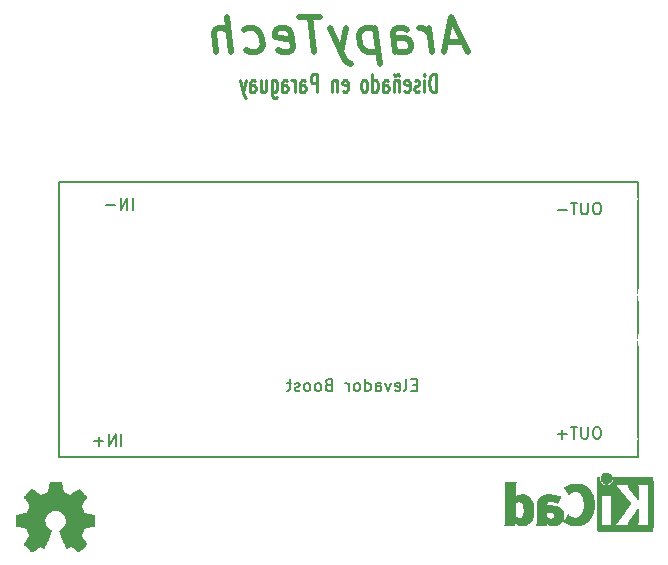
<source format=gbr>
G04 #@! TF.GenerationSoftware,KiCad,Pcbnew,(5.1.2)-2*
G04 #@! TF.CreationDate,2019-10-20T14:27:08-03:00*
G04 #@! TF.ProjectId,placa_potencia,706c6163-615f-4706-9f74-656e6369612e,rev?*
G04 #@! TF.SameCoordinates,Original*
G04 #@! TF.FileFunction,Legend,Bot*
G04 #@! TF.FilePolarity,Positive*
%FSLAX46Y46*%
G04 Gerber Fmt 4.6, Leading zero omitted, Abs format (unit mm)*
G04 Created by KiCad (PCBNEW (5.1.2)-2) date 2019-10-20 14:27:08*
%MOMM*%
%LPD*%
G04 APERTURE LIST*
%ADD10C,0.500000*%
%ADD11C,0.250000*%
%ADD12C,0.010000*%
%ADD13C,0.150000*%
%ADD14C,3.000000*%
%ADD15C,2.000000*%
%ADD16C,2.500000*%
%ADD17C,2.100000*%
G04 APERTURE END LIST*
D10*
X95218303Y-43000000D02*
X93789732Y-43000000D01*
X95611160Y-43857142D02*
X94236160Y-40857142D01*
X93611160Y-43857142D01*
X92611160Y-43857142D02*
X92361160Y-41857142D01*
X92432589Y-42428571D02*
X92254017Y-42142857D01*
X92093303Y-42000000D01*
X91789732Y-41857142D01*
X91504017Y-41857142D01*
X89468303Y-43857142D02*
X89271875Y-42285714D01*
X89379017Y-42000000D01*
X89646875Y-41857142D01*
X90218303Y-41857142D01*
X90521875Y-42000000D01*
X89450446Y-43714285D02*
X89754017Y-43857142D01*
X90468303Y-43857142D01*
X90736160Y-43714285D01*
X90843303Y-43428571D01*
X90807589Y-43142857D01*
X90629017Y-42857142D01*
X90325446Y-42714285D01*
X89611160Y-42714285D01*
X89307589Y-42571428D01*
X87789732Y-41857142D02*
X88164732Y-44857142D01*
X87807589Y-42000000D02*
X87504017Y-41857142D01*
X86932589Y-41857142D01*
X86664732Y-42000000D01*
X86539732Y-42142857D01*
X86432589Y-42428571D01*
X86539732Y-43285714D01*
X86718303Y-43571428D01*
X86879017Y-43714285D01*
X87182589Y-43857142D01*
X87754017Y-43857142D01*
X88021875Y-43714285D01*
X85361160Y-41857142D02*
X84896875Y-43857142D01*
X83932589Y-41857142D02*
X84896875Y-43857142D01*
X85271875Y-44571428D01*
X85432589Y-44714285D01*
X85736160Y-44857142D01*
X83093303Y-40857142D02*
X81379017Y-40857142D01*
X82611160Y-43857142D02*
X82236160Y-40857142D01*
X79593303Y-43714285D02*
X79896875Y-43857142D01*
X80468303Y-43857142D01*
X80736160Y-43714285D01*
X80843303Y-43428571D01*
X80700446Y-42285714D01*
X80521875Y-42000000D01*
X80218303Y-41857142D01*
X79646875Y-41857142D01*
X79379017Y-42000000D01*
X79271875Y-42285714D01*
X79307589Y-42571428D01*
X80771875Y-42857142D01*
X76879017Y-43714285D02*
X77182589Y-43857142D01*
X77754017Y-43857142D01*
X78021875Y-43714285D01*
X78146875Y-43571428D01*
X78254017Y-43285714D01*
X78146875Y-42428571D01*
X77968303Y-42142857D01*
X77807589Y-42000000D01*
X77504017Y-41857142D01*
X76932589Y-41857142D01*
X76664732Y-42000000D01*
X75611160Y-43857142D02*
X75236160Y-40857142D01*
X74325446Y-43857142D02*
X74129017Y-42285714D01*
X74236160Y-42000000D01*
X74504017Y-41857142D01*
X74932589Y-41857142D01*
X75236160Y-42000000D01*
X75396875Y-42142857D01*
D11*
X92938095Y-47228571D02*
X92938095Y-45728571D01*
X92700000Y-45728571D01*
X92557142Y-45800000D01*
X92461904Y-45942857D01*
X92414285Y-46085714D01*
X92366666Y-46371428D01*
X92366666Y-46585714D01*
X92414285Y-46871428D01*
X92461904Y-47014285D01*
X92557142Y-47157142D01*
X92700000Y-47228571D01*
X92938095Y-47228571D01*
X91938095Y-47228571D02*
X91938095Y-46228571D01*
X91938095Y-45728571D02*
X91985714Y-45800000D01*
X91938095Y-45871428D01*
X91890476Y-45800000D01*
X91938095Y-45728571D01*
X91938095Y-45871428D01*
X91509523Y-47157142D02*
X91414285Y-47228571D01*
X91223809Y-47228571D01*
X91128571Y-47157142D01*
X91080952Y-47014285D01*
X91080952Y-46942857D01*
X91128571Y-46800000D01*
X91223809Y-46728571D01*
X91366666Y-46728571D01*
X91461904Y-46657142D01*
X91509523Y-46514285D01*
X91509523Y-46442857D01*
X91461904Y-46300000D01*
X91366666Y-46228571D01*
X91223809Y-46228571D01*
X91128571Y-46300000D01*
X90271428Y-47157142D02*
X90366666Y-47228571D01*
X90557142Y-47228571D01*
X90652380Y-47157142D01*
X90700000Y-47014285D01*
X90700000Y-46442857D01*
X90652380Y-46300000D01*
X90557142Y-46228571D01*
X90366666Y-46228571D01*
X90271428Y-46300000D01*
X90223809Y-46442857D01*
X90223809Y-46585714D01*
X90700000Y-46728571D01*
X89795238Y-46228571D02*
X89795238Y-47228571D01*
X89795238Y-46371428D02*
X89747619Y-46300000D01*
X89652380Y-46228571D01*
X89509523Y-46228571D01*
X89414285Y-46300000D01*
X89366666Y-46442857D01*
X89366666Y-47228571D01*
X89842857Y-45871428D02*
X89795238Y-45800000D01*
X89700000Y-45728571D01*
X89509523Y-45871428D01*
X89414285Y-45800000D01*
X89366666Y-45728571D01*
X88461904Y-47228571D02*
X88461904Y-46442857D01*
X88509523Y-46300000D01*
X88604761Y-46228571D01*
X88795238Y-46228571D01*
X88890476Y-46300000D01*
X88461904Y-47157142D02*
X88557142Y-47228571D01*
X88795238Y-47228571D01*
X88890476Y-47157142D01*
X88938095Y-47014285D01*
X88938095Y-46871428D01*
X88890476Y-46728571D01*
X88795238Y-46657142D01*
X88557142Y-46657142D01*
X88461904Y-46585714D01*
X87557142Y-47228571D02*
X87557142Y-45728571D01*
X87557142Y-47157142D02*
X87652380Y-47228571D01*
X87842857Y-47228571D01*
X87938095Y-47157142D01*
X87985714Y-47085714D01*
X88033333Y-46942857D01*
X88033333Y-46514285D01*
X87985714Y-46371428D01*
X87938095Y-46300000D01*
X87842857Y-46228571D01*
X87652380Y-46228571D01*
X87557142Y-46300000D01*
X86938095Y-47228571D02*
X87033333Y-47157142D01*
X87080952Y-47085714D01*
X87128571Y-46942857D01*
X87128571Y-46514285D01*
X87080952Y-46371428D01*
X87033333Y-46300000D01*
X86938095Y-46228571D01*
X86795238Y-46228571D01*
X86700000Y-46300000D01*
X86652380Y-46371428D01*
X86604761Y-46514285D01*
X86604761Y-46942857D01*
X86652380Y-47085714D01*
X86700000Y-47157142D01*
X86795238Y-47228571D01*
X86938095Y-47228571D01*
X85033333Y-47157142D02*
X85128571Y-47228571D01*
X85319047Y-47228571D01*
X85414285Y-47157142D01*
X85461904Y-47014285D01*
X85461904Y-46442857D01*
X85414285Y-46300000D01*
X85319047Y-46228571D01*
X85128571Y-46228571D01*
X85033333Y-46300000D01*
X84985714Y-46442857D01*
X84985714Y-46585714D01*
X85461904Y-46728571D01*
X84557142Y-46228571D02*
X84557142Y-47228571D01*
X84557142Y-46371428D02*
X84509523Y-46300000D01*
X84414285Y-46228571D01*
X84271428Y-46228571D01*
X84176190Y-46300000D01*
X84128571Y-46442857D01*
X84128571Y-47228571D01*
X82890476Y-47228571D02*
X82890476Y-45728571D01*
X82509523Y-45728571D01*
X82414285Y-45800000D01*
X82366666Y-45871428D01*
X82319047Y-46014285D01*
X82319047Y-46228571D01*
X82366666Y-46371428D01*
X82414285Y-46442857D01*
X82509523Y-46514285D01*
X82890476Y-46514285D01*
X81461904Y-47228571D02*
X81461904Y-46442857D01*
X81509523Y-46300000D01*
X81604761Y-46228571D01*
X81795238Y-46228571D01*
X81890476Y-46300000D01*
X81461904Y-47157142D02*
X81557142Y-47228571D01*
X81795238Y-47228571D01*
X81890476Y-47157142D01*
X81938095Y-47014285D01*
X81938095Y-46871428D01*
X81890476Y-46728571D01*
X81795238Y-46657142D01*
X81557142Y-46657142D01*
X81461904Y-46585714D01*
X80985714Y-47228571D02*
X80985714Y-46228571D01*
X80985714Y-46514285D02*
X80938095Y-46371428D01*
X80890476Y-46300000D01*
X80795238Y-46228571D01*
X80700000Y-46228571D01*
X79938095Y-47228571D02*
X79938095Y-46442857D01*
X79985714Y-46300000D01*
X80080952Y-46228571D01*
X80271428Y-46228571D01*
X80366666Y-46300000D01*
X79938095Y-47157142D02*
X80033333Y-47228571D01*
X80271428Y-47228571D01*
X80366666Y-47157142D01*
X80414285Y-47014285D01*
X80414285Y-46871428D01*
X80366666Y-46728571D01*
X80271428Y-46657142D01*
X80033333Y-46657142D01*
X79938095Y-46585714D01*
X79033333Y-46228571D02*
X79033333Y-47442857D01*
X79080952Y-47585714D01*
X79128571Y-47657142D01*
X79223809Y-47728571D01*
X79366666Y-47728571D01*
X79461904Y-47657142D01*
X79033333Y-47157142D02*
X79128571Y-47228571D01*
X79319047Y-47228571D01*
X79414285Y-47157142D01*
X79461904Y-47085714D01*
X79509523Y-46942857D01*
X79509523Y-46514285D01*
X79461904Y-46371428D01*
X79414285Y-46300000D01*
X79319047Y-46228571D01*
X79128571Y-46228571D01*
X79033333Y-46300000D01*
X78128571Y-46228571D02*
X78128571Y-47228571D01*
X78557142Y-46228571D02*
X78557142Y-47014285D01*
X78509523Y-47157142D01*
X78414285Y-47228571D01*
X78271428Y-47228571D01*
X78176190Y-47157142D01*
X78128571Y-47085714D01*
X77223809Y-47228571D02*
X77223809Y-46442857D01*
X77271428Y-46300000D01*
X77366666Y-46228571D01*
X77557142Y-46228571D01*
X77652380Y-46300000D01*
X77223809Y-47157142D02*
X77319047Y-47228571D01*
X77557142Y-47228571D01*
X77652380Y-47157142D01*
X77700000Y-47014285D01*
X77700000Y-46871428D01*
X77652380Y-46728571D01*
X77557142Y-46657142D01*
X77319047Y-46657142D01*
X77223809Y-46585714D01*
X76842857Y-46228571D02*
X76604761Y-47228571D01*
X76366666Y-46228571D02*
X76604761Y-47228571D01*
X76700000Y-47585714D01*
X76747619Y-47657142D01*
X76842857Y-47728571D01*
D12*
G36*
X107273043Y-79476571D02*
G01*
X107176768Y-79500809D01*
X107090184Y-79543641D01*
X107015373Y-79603419D01*
X106954418Y-79678494D01*
X106909399Y-79767220D01*
X106883136Y-79863530D01*
X106877286Y-79960795D01*
X106892140Y-80054654D01*
X106925840Y-80142511D01*
X106976528Y-80221770D01*
X107042345Y-80289836D01*
X107121434Y-80344112D01*
X107211934Y-80382002D01*
X107263200Y-80394426D01*
X107307698Y-80401947D01*
X107341999Y-80404919D01*
X107374960Y-80403094D01*
X107415434Y-80396225D01*
X107448531Y-80389250D01*
X107541947Y-80357741D01*
X107625619Y-80306617D01*
X107697665Y-80237429D01*
X107756200Y-80151728D01*
X107770148Y-80124489D01*
X107786586Y-80088122D01*
X107796894Y-80057582D01*
X107802460Y-80025450D01*
X107804669Y-79984307D01*
X107804948Y-79938222D01*
X107800861Y-79853865D01*
X107787446Y-79784586D01*
X107762256Y-79723961D01*
X107722846Y-79665567D01*
X107684298Y-79621302D01*
X107612406Y-79555484D01*
X107537313Y-79510053D01*
X107454562Y-79482850D01*
X107376928Y-79472576D01*
X107273043Y-79476571D01*
X107273043Y-79476571D01*
G37*
X107273043Y-79476571D02*
X107176768Y-79500809D01*
X107090184Y-79543641D01*
X107015373Y-79603419D01*
X106954418Y-79678494D01*
X106909399Y-79767220D01*
X106883136Y-79863530D01*
X106877286Y-79960795D01*
X106892140Y-80054654D01*
X106925840Y-80142511D01*
X106976528Y-80221770D01*
X107042345Y-80289836D01*
X107121434Y-80344112D01*
X107211934Y-80382002D01*
X107263200Y-80394426D01*
X107307698Y-80401947D01*
X107341999Y-80404919D01*
X107374960Y-80403094D01*
X107415434Y-80396225D01*
X107448531Y-80389250D01*
X107541947Y-80357741D01*
X107625619Y-80306617D01*
X107697665Y-80237429D01*
X107756200Y-80151728D01*
X107770148Y-80124489D01*
X107786586Y-80088122D01*
X107796894Y-80057582D01*
X107802460Y-80025450D01*
X107804669Y-79984307D01*
X107804948Y-79938222D01*
X107800861Y-79853865D01*
X107787446Y-79784586D01*
X107762256Y-79723961D01*
X107722846Y-79665567D01*
X107684298Y-79621302D01*
X107612406Y-79555484D01*
X107537313Y-79510053D01*
X107454562Y-79482850D01*
X107376928Y-79472576D01*
X107273043Y-79476571D01*
G36*
X98813493Y-81922245D02*
G01*
X98813474Y-82156662D01*
X98813448Y-82369603D01*
X98813375Y-82562168D01*
X98813218Y-82735459D01*
X98812936Y-82890576D01*
X98812491Y-83028620D01*
X98811844Y-83150692D01*
X98810955Y-83257894D01*
X98809787Y-83351326D01*
X98808299Y-83432090D01*
X98806454Y-83501286D01*
X98804211Y-83560015D01*
X98801531Y-83609379D01*
X98798377Y-83650478D01*
X98794708Y-83684413D01*
X98790487Y-83712286D01*
X98785673Y-83735198D01*
X98780227Y-83754249D01*
X98774112Y-83770540D01*
X98767288Y-83785173D01*
X98759715Y-83799249D01*
X98751355Y-83813868D01*
X98746161Y-83822974D01*
X98711896Y-83883689D01*
X99570045Y-83883689D01*
X99570045Y-83787733D01*
X99570776Y-83744370D01*
X99572728Y-83711205D01*
X99575537Y-83693424D01*
X99576779Y-83691778D01*
X99588201Y-83698662D01*
X99610916Y-83716505D01*
X99633615Y-83735879D01*
X99688200Y-83776614D01*
X99757679Y-83817617D01*
X99834730Y-83855123D01*
X99912035Y-83885364D01*
X99942887Y-83895012D01*
X100011384Y-83909578D01*
X100094236Y-83919539D01*
X100183629Y-83924583D01*
X100271752Y-83924396D01*
X100350793Y-83918666D01*
X100388489Y-83912858D01*
X100526586Y-83874797D01*
X100653887Y-83817073D01*
X100769708Y-83740211D01*
X100873363Y-83644739D01*
X100964167Y-83531179D01*
X101030969Y-83420381D01*
X101085836Y-83303625D01*
X101127837Y-83184276D01*
X101157833Y-83058283D01*
X101176689Y-82921594D01*
X101185268Y-82770158D01*
X101185994Y-82692711D01*
X101183900Y-82635934D01*
X100354783Y-82635934D01*
X100354576Y-82729002D01*
X100351663Y-82816692D01*
X100346000Y-82893772D01*
X100337545Y-82955009D01*
X100334962Y-82967350D01*
X100303160Y-83074633D01*
X100261502Y-83161658D01*
X100209637Y-83228642D01*
X100147219Y-83275805D01*
X100073900Y-83303365D01*
X99989331Y-83311541D01*
X99893165Y-83300551D01*
X99829689Y-83284829D01*
X99780546Y-83266639D01*
X99726417Y-83240791D01*
X99685756Y-83217089D01*
X99615200Y-83170721D01*
X99615200Y-82020530D01*
X99682608Y-81976962D01*
X99761133Y-81936040D01*
X99845319Y-81909389D01*
X99930443Y-81897465D01*
X100011784Y-81900722D01*
X100084620Y-81919615D01*
X100116574Y-81935184D01*
X100174499Y-81978181D01*
X100223456Y-82034953D01*
X100264610Y-82107575D01*
X100299126Y-82198121D01*
X100328167Y-82308666D01*
X100329448Y-82314533D01*
X100339619Y-82376788D01*
X100347261Y-82454594D01*
X100352330Y-82542720D01*
X100354783Y-82635934D01*
X101183900Y-82635934D01*
X101178143Y-82479895D01*
X101156198Y-82284059D01*
X101120214Y-82105332D01*
X101070241Y-81943845D01*
X101006332Y-81799726D01*
X100928538Y-81673106D01*
X100836911Y-81564115D01*
X100731503Y-81472883D01*
X100686338Y-81441932D01*
X100585389Y-81385785D01*
X100482099Y-81346174D01*
X100372011Y-81322014D01*
X100250670Y-81312219D01*
X100158164Y-81313265D01*
X100028510Y-81324231D01*
X99915916Y-81346046D01*
X99817125Y-81379714D01*
X99728879Y-81426236D01*
X99680014Y-81460448D01*
X99650647Y-81482362D01*
X99628957Y-81497333D01*
X99620747Y-81501733D01*
X99619132Y-81490904D01*
X99617841Y-81460251D01*
X99616862Y-81412526D01*
X99616183Y-81350479D01*
X99615790Y-81276862D01*
X99615670Y-81194427D01*
X99615812Y-81105925D01*
X99616203Y-81014107D01*
X99616829Y-80921724D01*
X99617680Y-80831528D01*
X99618740Y-80746271D01*
X99619999Y-80668703D01*
X99621444Y-80601576D01*
X99623062Y-80547641D01*
X99624839Y-80509650D01*
X99625331Y-80502667D01*
X99632908Y-80432251D01*
X99644469Y-80377102D01*
X99662208Y-80329981D01*
X99688318Y-80283647D01*
X99694585Y-80274067D01*
X99719017Y-80237378D01*
X98813689Y-80237378D01*
X98813493Y-81922245D01*
X98813493Y-81922245D01*
G37*
X98813493Y-81922245D02*
X98813474Y-82156662D01*
X98813448Y-82369603D01*
X98813375Y-82562168D01*
X98813218Y-82735459D01*
X98812936Y-82890576D01*
X98812491Y-83028620D01*
X98811844Y-83150692D01*
X98810955Y-83257894D01*
X98809787Y-83351326D01*
X98808299Y-83432090D01*
X98806454Y-83501286D01*
X98804211Y-83560015D01*
X98801531Y-83609379D01*
X98798377Y-83650478D01*
X98794708Y-83684413D01*
X98790487Y-83712286D01*
X98785673Y-83735198D01*
X98780227Y-83754249D01*
X98774112Y-83770540D01*
X98767288Y-83785173D01*
X98759715Y-83799249D01*
X98751355Y-83813868D01*
X98746161Y-83822974D01*
X98711896Y-83883689D01*
X99570045Y-83883689D01*
X99570045Y-83787733D01*
X99570776Y-83744370D01*
X99572728Y-83711205D01*
X99575537Y-83693424D01*
X99576779Y-83691778D01*
X99588201Y-83698662D01*
X99610916Y-83716505D01*
X99633615Y-83735879D01*
X99688200Y-83776614D01*
X99757679Y-83817617D01*
X99834730Y-83855123D01*
X99912035Y-83885364D01*
X99942887Y-83895012D01*
X100011384Y-83909578D01*
X100094236Y-83919539D01*
X100183629Y-83924583D01*
X100271752Y-83924396D01*
X100350793Y-83918666D01*
X100388489Y-83912858D01*
X100526586Y-83874797D01*
X100653887Y-83817073D01*
X100769708Y-83740211D01*
X100873363Y-83644739D01*
X100964167Y-83531179D01*
X101030969Y-83420381D01*
X101085836Y-83303625D01*
X101127837Y-83184276D01*
X101157833Y-83058283D01*
X101176689Y-82921594D01*
X101185268Y-82770158D01*
X101185994Y-82692711D01*
X101183900Y-82635934D01*
X100354783Y-82635934D01*
X100354576Y-82729002D01*
X100351663Y-82816692D01*
X100346000Y-82893772D01*
X100337545Y-82955009D01*
X100334962Y-82967350D01*
X100303160Y-83074633D01*
X100261502Y-83161658D01*
X100209637Y-83228642D01*
X100147219Y-83275805D01*
X100073900Y-83303365D01*
X99989331Y-83311541D01*
X99893165Y-83300551D01*
X99829689Y-83284829D01*
X99780546Y-83266639D01*
X99726417Y-83240791D01*
X99685756Y-83217089D01*
X99615200Y-83170721D01*
X99615200Y-82020530D01*
X99682608Y-81976962D01*
X99761133Y-81936040D01*
X99845319Y-81909389D01*
X99930443Y-81897465D01*
X100011784Y-81900722D01*
X100084620Y-81919615D01*
X100116574Y-81935184D01*
X100174499Y-81978181D01*
X100223456Y-82034953D01*
X100264610Y-82107575D01*
X100299126Y-82198121D01*
X100328167Y-82308666D01*
X100329448Y-82314533D01*
X100339619Y-82376788D01*
X100347261Y-82454594D01*
X100352330Y-82542720D01*
X100354783Y-82635934D01*
X101183900Y-82635934D01*
X101178143Y-82479895D01*
X101156198Y-82284059D01*
X101120214Y-82105332D01*
X101070241Y-81943845D01*
X101006332Y-81799726D01*
X100928538Y-81673106D01*
X100836911Y-81564115D01*
X100731503Y-81472883D01*
X100686338Y-81441932D01*
X100585389Y-81385785D01*
X100482099Y-81346174D01*
X100372011Y-81322014D01*
X100250670Y-81312219D01*
X100158164Y-81313265D01*
X100028510Y-81324231D01*
X99915916Y-81346046D01*
X99817125Y-81379714D01*
X99728879Y-81426236D01*
X99680014Y-81460448D01*
X99650647Y-81482362D01*
X99628957Y-81497333D01*
X99620747Y-81501733D01*
X99619132Y-81490904D01*
X99617841Y-81460251D01*
X99616862Y-81412526D01*
X99616183Y-81350479D01*
X99615790Y-81276862D01*
X99615670Y-81194427D01*
X99615812Y-81105925D01*
X99616203Y-81014107D01*
X99616829Y-80921724D01*
X99617680Y-80831528D01*
X99618740Y-80746271D01*
X99619999Y-80668703D01*
X99621444Y-80601576D01*
X99623062Y-80547641D01*
X99624839Y-80509650D01*
X99625331Y-80502667D01*
X99632908Y-80432251D01*
X99644469Y-80377102D01*
X99662208Y-80329981D01*
X99688318Y-80283647D01*
X99694585Y-80274067D01*
X99719017Y-80237378D01*
X98813689Y-80237378D01*
X98813493Y-81922245D01*
G36*
X102326426Y-81316552D02*
G01*
X102174508Y-81336567D01*
X102039244Y-81370202D01*
X101919761Y-81417725D01*
X101815185Y-81479405D01*
X101737576Y-81542965D01*
X101668735Y-81617099D01*
X101614994Y-81696871D01*
X101572090Y-81789091D01*
X101556616Y-81832161D01*
X101543756Y-81871142D01*
X101532554Y-81907289D01*
X101522880Y-81942434D01*
X101514604Y-81978410D01*
X101507597Y-82017050D01*
X101501728Y-82060185D01*
X101496869Y-82109649D01*
X101492890Y-82167273D01*
X101489660Y-82234891D01*
X101487051Y-82314334D01*
X101484933Y-82407436D01*
X101483176Y-82516027D01*
X101481651Y-82641942D01*
X101480228Y-82787012D01*
X101478975Y-82929778D01*
X101477649Y-83085968D01*
X101476444Y-83221239D01*
X101475234Y-83337246D01*
X101473894Y-83435645D01*
X101472300Y-83518093D01*
X101470325Y-83586246D01*
X101467844Y-83641760D01*
X101464731Y-83686292D01*
X101460862Y-83721498D01*
X101456111Y-83749034D01*
X101450352Y-83770556D01*
X101443461Y-83787722D01*
X101435311Y-83802186D01*
X101425777Y-83815606D01*
X101414734Y-83829638D01*
X101410434Y-83835071D01*
X101394614Y-83857910D01*
X101387578Y-83873463D01*
X101387556Y-83873922D01*
X101398433Y-83876121D01*
X101429418Y-83878147D01*
X101478043Y-83879942D01*
X101541837Y-83881451D01*
X101618331Y-83882616D01*
X101705056Y-83883380D01*
X101799543Y-83883686D01*
X101810450Y-83883689D01*
X102233343Y-83883689D01*
X102236605Y-83787622D01*
X102239867Y-83691556D01*
X102301956Y-83742543D01*
X102399286Y-83810057D01*
X102509187Y-83864749D01*
X102595651Y-83894978D01*
X102664722Y-83909666D01*
X102748075Y-83919659D01*
X102837841Y-83924646D01*
X102926155Y-83924313D01*
X103005149Y-83918351D01*
X103041378Y-83912638D01*
X103181397Y-83874776D01*
X103307822Y-83819932D01*
X103419740Y-83748924D01*
X103516238Y-83662568D01*
X103596400Y-83561679D01*
X103659313Y-83447076D01*
X103703688Y-83320984D01*
X103716022Y-83264401D01*
X103723632Y-83202202D01*
X103727261Y-83127363D01*
X103727755Y-83093467D01*
X103727690Y-83090282D01*
X102967752Y-83090282D01*
X102958459Y-83165333D01*
X102930272Y-83229160D01*
X102881803Y-83284798D01*
X102876746Y-83289211D01*
X102828452Y-83324037D01*
X102776743Y-83346620D01*
X102716011Y-83358540D01*
X102640648Y-83361383D01*
X102622541Y-83360978D01*
X102568722Y-83358325D01*
X102528692Y-83352909D01*
X102493676Y-83342745D01*
X102454897Y-83325850D01*
X102444255Y-83320672D01*
X102383604Y-83284844D01*
X102336785Y-83242212D01*
X102324048Y-83226973D01*
X102279378Y-83170462D01*
X102279378Y-82974586D01*
X102279914Y-82895939D01*
X102281604Y-82837988D01*
X102284572Y-82798875D01*
X102288943Y-82776741D01*
X102293028Y-82770274D01*
X102308953Y-82767111D01*
X102342736Y-82764488D01*
X102389660Y-82762655D01*
X102445007Y-82761857D01*
X102453894Y-82761842D01*
X102574670Y-82767096D01*
X102677340Y-82783263D01*
X102763894Y-82810961D01*
X102836319Y-82850808D01*
X102891249Y-82897758D01*
X102935796Y-82955645D01*
X102960520Y-83018693D01*
X102967752Y-83090282D01*
X103727690Y-83090282D01*
X103725822Y-82999712D01*
X103717478Y-82920812D01*
X103701232Y-82849590D01*
X103675595Y-82778864D01*
X103651599Y-82726493D01*
X103592980Y-82631196D01*
X103514883Y-82543170D01*
X103419685Y-82464017D01*
X103309762Y-82395340D01*
X103187490Y-82338741D01*
X103055245Y-82295821D01*
X102990578Y-82280882D01*
X102854396Y-82258777D01*
X102705951Y-82244194D01*
X102554495Y-82237813D01*
X102427936Y-82239445D01*
X102266050Y-82246224D01*
X102273470Y-82187245D01*
X102292762Y-82088092D01*
X102323896Y-82007372D01*
X102367731Y-81944466D01*
X102425129Y-81898756D01*
X102496952Y-81869622D01*
X102584059Y-81856447D01*
X102687314Y-81858611D01*
X102725289Y-81862612D01*
X102866480Y-81887780D01*
X103003293Y-81928814D01*
X103097822Y-81966815D01*
X103142982Y-81986190D01*
X103181415Y-82001760D01*
X103207766Y-82011405D01*
X103215454Y-82013452D01*
X103225198Y-82004374D01*
X103241917Y-81975405D01*
X103265768Y-81926217D01*
X103296907Y-81856484D01*
X103335493Y-81765879D01*
X103342090Y-81750089D01*
X103372147Y-81677772D01*
X103399126Y-81612425D01*
X103421864Y-81556906D01*
X103439194Y-81514072D01*
X103449952Y-81486781D01*
X103453059Y-81477942D01*
X103443060Y-81473187D01*
X103416783Y-81467910D01*
X103388511Y-81464231D01*
X103358354Y-81459474D01*
X103310567Y-81450028D01*
X103249388Y-81436820D01*
X103179054Y-81420776D01*
X103103806Y-81402820D01*
X103075245Y-81395797D01*
X102970184Y-81370209D01*
X102882520Y-81350147D01*
X102807932Y-81334969D01*
X102742097Y-81324035D01*
X102680693Y-81316704D01*
X102619398Y-81312335D01*
X102553890Y-81310287D01*
X102495872Y-81309889D01*
X102326426Y-81316552D01*
X102326426Y-81316552D01*
G37*
X102326426Y-81316552D02*
X102174508Y-81336567D01*
X102039244Y-81370202D01*
X101919761Y-81417725D01*
X101815185Y-81479405D01*
X101737576Y-81542965D01*
X101668735Y-81617099D01*
X101614994Y-81696871D01*
X101572090Y-81789091D01*
X101556616Y-81832161D01*
X101543756Y-81871142D01*
X101532554Y-81907289D01*
X101522880Y-81942434D01*
X101514604Y-81978410D01*
X101507597Y-82017050D01*
X101501728Y-82060185D01*
X101496869Y-82109649D01*
X101492890Y-82167273D01*
X101489660Y-82234891D01*
X101487051Y-82314334D01*
X101484933Y-82407436D01*
X101483176Y-82516027D01*
X101481651Y-82641942D01*
X101480228Y-82787012D01*
X101478975Y-82929778D01*
X101477649Y-83085968D01*
X101476444Y-83221239D01*
X101475234Y-83337246D01*
X101473894Y-83435645D01*
X101472300Y-83518093D01*
X101470325Y-83586246D01*
X101467844Y-83641760D01*
X101464731Y-83686292D01*
X101460862Y-83721498D01*
X101456111Y-83749034D01*
X101450352Y-83770556D01*
X101443461Y-83787722D01*
X101435311Y-83802186D01*
X101425777Y-83815606D01*
X101414734Y-83829638D01*
X101410434Y-83835071D01*
X101394614Y-83857910D01*
X101387578Y-83873463D01*
X101387556Y-83873922D01*
X101398433Y-83876121D01*
X101429418Y-83878147D01*
X101478043Y-83879942D01*
X101541837Y-83881451D01*
X101618331Y-83882616D01*
X101705056Y-83883380D01*
X101799543Y-83883686D01*
X101810450Y-83883689D01*
X102233343Y-83883689D01*
X102236605Y-83787622D01*
X102239867Y-83691556D01*
X102301956Y-83742543D01*
X102399286Y-83810057D01*
X102509187Y-83864749D01*
X102595651Y-83894978D01*
X102664722Y-83909666D01*
X102748075Y-83919659D01*
X102837841Y-83924646D01*
X102926155Y-83924313D01*
X103005149Y-83918351D01*
X103041378Y-83912638D01*
X103181397Y-83874776D01*
X103307822Y-83819932D01*
X103419740Y-83748924D01*
X103516238Y-83662568D01*
X103596400Y-83561679D01*
X103659313Y-83447076D01*
X103703688Y-83320984D01*
X103716022Y-83264401D01*
X103723632Y-83202202D01*
X103727261Y-83127363D01*
X103727755Y-83093467D01*
X103727690Y-83090282D01*
X102967752Y-83090282D01*
X102958459Y-83165333D01*
X102930272Y-83229160D01*
X102881803Y-83284798D01*
X102876746Y-83289211D01*
X102828452Y-83324037D01*
X102776743Y-83346620D01*
X102716011Y-83358540D01*
X102640648Y-83361383D01*
X102622541Y-83360978D01*
X102568722Y-83358325D01*
X102528692Y-83352909D01*
X102493676Y-83342745D01*
X102454897Y-83325850D01*
X102444255Y-83320672D01*
X102383604Y-83284844D01*
X102336785Y-83242212D01*
X102324048Y-83226973D01*
X102279378Y-83170462D01*
X102279378Y-82974586D01*
X102279914Y-82895939D01*
X102281604Y-82837988D01*
X102284572Y-82798875D01*
X102288943Y-82776741D01*
X102293028Y-82770274D01*
X102308953Y-82767111D01*
X102342736Y-82764488D01*
X102389660Y-82762655D01*
X102445007Y-82761857D01*
X102453894Y-82761842D01*
X102574670Y-82767096D01*
X102677340Y-82783263D01*
X102763894Y-82810961D01*
X102836319Y-82850808D01*
X102891249Y-82897758D01*
X102935796Y-82955645D01*
X102960520Y-83018693D01*
X102967752Y-83090282D01*
X103727690Y-83090282D01*
X103725822Y-82999712D01*
X103717478Y-82920812D01*
X103701232Y-82849590D01*
X103675595Y-82778864D01*
X103651599Y-82726493D01*
X103592980Y-82631196D01*
X103514883Y-82543170D01*
X103419685Y-82464017D01*
X103309762Y-82395340D01*
X103187490Y-82338741D01*
X103055245Y-82295821D01*
X102990578Y-82280882D01*
X102854396Y-82258777D01*
X102705951Y-82244194D01*
X102554495Y-82237813D01*
X102427936Y-82239445D01*
X102266050Y-82246224D01*
X102273470Y-82187245D01*
X102292762Y-82088092D01*
X102323896Y-82007372D01*
X102367731Y-81944466D01*
X102425129Y-81898756D01*
X102496952Y-81869622D01*
X102584059Y-81856447D01*
X102687314Y-81858611D01*
X102725289Y-81862612D01*
X102866480Y-81887780D01*
X103003293Y-81928814D01*
X103097822Y-81966815D01*
X103142982Y-81986190D01*
X103181415Y-82001760D01*
X103207766Y-82011405D01*
X103215454Y-82013452D01*
X103225198Y-82004374D01*
X103241917Y-81975405D01*
X103265768Y-81926217D01*
X103296907Y-81856484D01*
X103335493Y-81765879D01*
X103342090Y-81750089D01*
X103372147Y-81677772D01*
X103399126Y-81612425D01*
X103421864Y-81556906D01*
X103439194Y-81514072D01*
X103449952Y-81486781D01*
X103453059Y-81477942D01*
X103443060Y-81473187D01*
X103416783Y-81467910D01*
X103388511Y-81464231D01*
X103358354Y-81459474D01*
X103310567Y-81450028D01*
X103249388Y-81436820D01*
X103179054Y-81420776D01*
X103103806Y-81402820D01*
X103075245Y-81395797D01*
X102970184Y-81370209D01*
X102882520Y-81350147D01*
X102807932Y-81334969D01*
X102742097Y-81324035D01*
X102680693Y-81316704D01*
X102619398Y-81312335D01*
X102553890Y-81310287D01*
X102495872Y-81309889D01*
X102326426Y-81316552D01*
G36*
X104671571Y-80399071D02*
G01*
X104511430Y-80420245D01*
X104347490Y-80460385D01*
X104177687Y-80519889D01*
X103999957Y-80599154D01*
X103988690Y-80604699D01*
X103930995Y-80632725D01*
X103879448Y-80656802D01*
X103837809Y-80675249D01*
X103809838Y-80686386D01*
X103800267Y-80688933D01*
X103781050Y-80693941D01*
X103776439Y-80698147D01*
X103781542Y-80708580D01*
X103797582Y-80734868D01*
X103822712Y-80774257D01*
X103855086Y-80823991D01*
X103892857Y-80881315D01*
X103934178Y-80943476D01*
X103977202Y-81007718D01*
X104020083Y-81071285D01*
X104060974Y-81131425D01*
X104098029Y-81185380D01*
X104129400Y-81230397D01*
X104153241Y-81263721D01*
X104167706Y-81282597D01*
X104169691Y-81284787D01*
X104179809Y-81280138D01*
X104202150Y-81262962D01*
X104232720Y-81236440D01*
X104248464Y-81221964D01*
X104344953Y-81146682D01*
X104451664Y-81091241D01*
X104567168Y-81056141D01*
X104690038Y-81041880D01*
X104759439Y-81043051D01*
X104880577Y-81060212D01*
X104989795Y-81096094D01*
X105087418Y-81150959D01*
X105173772Y-81225070D01*
X105249185Y-81318688D01*
X105313982Y-81432076D01*
X105351399Y-81518667D01*
X105395252Y-81654366D01*
X105427572Y-81801850D01*
X105448443Y-81957314D01*
X105457949Y-82116956D01*
X105456173Y-82276973D01*
X105443197Y-82433561D01*
X105419106Y-82582918D01*
X105383982Y-82721240D01*
X105337908Y-82844724D01*
X105321627Y-82878978D01*
X105253380Y-82993064D01*
X105172921Y-83089557D01*
X105081430Y-83167670D01*
X104980089Y-83226617D01*
X104870080Y-83265612D01*
X104752585Y-83283868D01*
X104711117Y-83285211D01*
X104589559Y-83274290D01*
X104469122Y-83241474D01*
X104351334Y-83187439D01*
X104237723Y-83112865D01*
X104146315Y-83034539D01*
X104099785Y-82990008D01*
X103918517Y-83287271D01*
X103873420Y-83361433D01*
X103832181Y-83429646D01*
X103796265Y-83489459D01*
X103767134Y-83538420D01*
X103746250Y-83574079D01*
X103735076Y-83593984D01*
X103733625Y-83597079D01*
X103741854Y-83606718D01*
X103767433Y-83623999D01*
X103807127Y-83647283D01*
X103857703Y-83674934D01*
X103915926Y-83705315D01*
X103978563Y-83736790D01*
X104042379Y-83767722D01*
X104104140Y-83796473D01*
X104160612Y-83821408D01*
X104208562Y-83840889D01*
X104232014Y-83849318D01*
X104365779Y-83887133D01*
X104503673Y-83912136D01*
X104651378Y-83925140D01*
X104778167Y-83927468D01*
X104846122Y-83926373D01*
X104911723Y-83924275D01*
X104969153Y-83921434D01*
X105012597Y-83918106D01*
X105026702Y-83916422D01*
X105165716Y-83887587D01*
X105307243Y-83842468D01*
X105444725Y-83783750D01*
X105571606Y-83714120D01*
X105649111Y-83661441D01*
X105776519Y-83553239D01*
X105894822Y-83426671D01*
X106001828Y-83284866D01*
X106095348Y-83130951D01*
X106173190Y-82968053D01*
X106217044Y-82850756D01*
X106267292Y-82667128D01*
X106300791Y-82472581D01*
X106317551Y-82271325D01*
X106317584Y-82067568D01*
X106300899Y-81865521D01*
X106267507Y-81669392D01*
X106217420Y-81483391D01*
X106213603Y-81471803D01*
X106150719Y-81309750D01*
X106073972Y-81161832D01*
X105980758Y-81023865D01*
X105868473Y-80891661D01*
X105824608Y-80846399D01*
X105688466Y-80722457D01*
X105548509Y-80619915D01*
X105402589Y-80537656D01*
X105248558Y-80474564D01*
X105084268Y-80429523D01*
X104988711Y-80412033D01*
X104829977Y-80396466D01*
X104671571Y-80399071D01*
X104671571Y-80399071D01*
G37*
X104671571Y-80399071D02*
X104511430Y-80420245D01*
X104347490Y-80460385D01*
X104177687Y-80519889D01*
X103999957Y-80599154D01*
X103988690Y-80604699D01*
X103930995Y-80632725D01*
X103879448Y-80656802D01*
X103837809Y-80675249D01*
X103809838Y-80686386D01*
X103800267Y-80688933D01*
X103781050Y-80693941D01*
X103776439Y-80698147D01*
X103781542Y-80708580D01*
X103797582Y-80734868D01*
X103822712Y-80774257D01*
X103855086Y-80823991D01*
X103892857Y-80881315D01*
X103934178Y-80943476D01*
X103977202Y-81007718D01*
X104020083Y-81071285D01*
X104060974Y-81131425D01*
X104098029Y-81185380D01*
X104129400Y-81230397D01*
X104153241Y-81263721D01*
X104167706Y-81282597D01*
X104169691Y-81284787D01*
X104179809Y-81280138D01*
X104202150Y-81262962D01*
X104232720Y-81236440D01*
X104248464Y-81221964D01*
X104344953Y-81146682D01*
X104451664Y-81091241D01*
X104567168Y-81056141D01*
X104690038Y-81041880D01*
X104759439Y-81043051D01*
X104880577Y-81060212D01*
X104989795Y-81096094D01*
X105087418Y-81150959D01*
X105173772Y-81225070D01*
X105249185Y-81318688D01*
X105313982Y-81432076D01*
X105351399Y-81518667D01*
X105395252Y-81654366D01*
X105427572Y-81801850D01*
X105448443Y-81957314D01*
X105457949Y-82116956D01*
X105456173Y-82276973D01*
X105443197Y-82433561D01*
X105419106Y-82582918D01*
X105383982Y-82721240D01*
X105337908Y-82844724D01*
X105321627Y-82878978D01*
X105253380Y-82993064D01*
X105172921Y-83089557D01*
X105081430Y-83167670D01*
X104980089Y-83226617D01*
X104870080Y-83265612D01*
X104752585Y-83283868D01*
X104711117Y-83285211D01*
X104589559Y-83274290D01*
X104469122Y-83241474D01*
X104351334Y-83187439D01*
X104237723Y-83112865D01*
X104146315Y-83034539D01*
X104099785Y-82990008D01*
X103918517Y-83287271D01*
X103873420Y-83361433D01*
X103832181Y-83429646D01*
X103796265Y-83489459D01*
X103767134Y-83538420D01*
X103746250Y-83574079D01*
X103735076Y-83593984D01*
X103733625Y-83597079D01*
X103741854Y-83606718D01*
X103767433Y-83623999D01*
X103807127Y-83647283D01*
X103857703Y-83674934D01*
X103915926Y-83705315D01*
X103978563Y-83736790D01*
X104042379Y-83767722D01*
X104104140Y-83796473D01*
X104160612Y-83821408D01*
X104208562Y-83840889D01*
X104232014Y-83849318D01*
X104365779Y-83887133D01*
X104503673Y-83912136D01*
X104651378Y-83925140D01*
X104778167Y-83927468D01*
X104846122Y-83926373D01*
X104911723Y-83924275D01*
X104969153Y-83921434D01*
X105012597Y-83918106D01*
X105026702Y-83916422D01*
X105165716Y-83887587D01*
X105307243Y-83842468D01*
X105444725Y-83783750D01*
X105571606Y-83714120D01*
X105649111Y-83661441D01*
X105776519Y-83553239D01*
X105894822Y-83426671D01*
X106001828Y-83284866D01*
X106095348Y-83130951D01*
X106173190Y-82968053D01*
X106217044Y-82850756D01*
X106267292Y-82667128D01*
X106300791Y-82472581D01*
X106317551Y-82271325D01*
X106317584Y-82067568D01*
X106300899Y-81865521D01*
X106267507Y-81669392D01*
X106217420Y-81483391D01*
X106213603Y-81471803D01*
X106150719Y-81309750D01*
X106073972Y-81161832D01*
X105980758Y-81023865D01*
X105868473Y-80891661D01*
X105824608Y-80846399D01*
X105688466Y-80722457D01*
X105548509Y-80619915D01*
X105402589Y-80537656D01*
X105248558Y-80474564D01*
X105084268Y-80429523D01*
X104988711Y-80412033D01*
X104829977Y-80396466D01*
X104671571Y-80399071D01*
G36*
X107946400Y-79939054D02*
G01*
X107935535Y-80052993D01*
X107903918Y-80160616D01*
X107853015Y-80259615D01*
X107784293Y-80347684D01*
X107699219Y-80422516D01*
X107602232Y-80480384D01*
X107495964Y-80520005D01*
X107388950Y-80538573D01*
X107283300Y-80537434D01*
X107181125Y-80517930D01*
X107084534Y-80481406D01*
X106995638Y-80429205D01*
X106916546Y-80362673D01*
X106849369Y-80283152D01*
X106796217Y-80191987D01*
X106759199Y-80090523D01*
X106740427Y-79980102D01*
X106738489Y-79930206D01*
X106738489Y-79842267D01*
X106686560Y-79842267D01*
X106650253Y-79845111D01*
X106623355Y-79856911D01*
X106596249Y-79880649D01*
X106557867Y-79919031D01*
X106557867Y-82110602D01*
X106557876Y-82372739D01*
X106557908Y-82613241D01*
X106557972Y-82833048D01*
X106558076Y-83033101D01*
X106558227Y-83214344D01*
X106558434Y-83377716D01*
X106558706Y-83524160D01*
X106559050Y-83654617D01*
X106559474Y-83770029D01*
X106559987Y-83871338D01*
X106560597Y-83959484D01*
X106561312Y-84035410D01*
X106562140Y-84100057D01*
X106563089Y-84154367D01*
X106564167Y-84199280D01*
X106565383Y-84235740D01*
X106566745Y-84264687D01*
X106568261Y-84287063D01*
X106569938Y-84303809D01*
X106571786Y-84315868D01*
X106573813Y-84324180D01*
X106576025Y-84329687D01*
X106577108Y-84331537D01*
X106581271Y-84338549D01*
X106584805Y-84344996D01*
X106588635Y-84350900D01*
X106593682Y-84356286D01*
X106600871Y-84361178D01*
X106611123Y-84365598D01*
X106625364Y-84369572D01*
X106644514Y-84373121D01*
X106669499Y-84376270D01*
X106701240Y-84379042D01*
X106740662Y-84381461D01*
X106788686Y-84383551D01*
X106846237Y-84385335D01*
X106914237Y-84386837D01*
X106993610Y-84388080D01*
X107085279Y-84389089D01*
X107190166Y-84389885D01*
X107309196Y-84390494D01*
X107443290Y-84390939D01*
X107593373Y-84391243D01*
X107760367Y-84391430D01*
X107945196Y-84391524D01*
X108148783Y-84391548D01*
X108372050Y-84391525D01*
X108615922Y-84391480D01*
X108881321Y-84391437D01*
X108919704Y-84391432D01*
X109186682Y-84391389D01*
X109432002Y-84391318D01*
X109656583Y-84391213D01*
X109861345Y-84391066D01*
X110047206Y-84390869D01*
X110215088Y-84390616D01*
X110365908Y-84390300D01*
X110500587Y-84389913D01*
X110620044Y-84389447D01*
X110725199Y-84388897D01*
X110816971Y-84388253D01*
X110896279Y-84387511D01*
X110964043Y-84386661D01*
X111021182Y-84385697D01*
X111068617Y-84384611D01*
X111107266Y-84383397D01*
X111138049Y-84382047D01*
X111161885Y-84380555D01*
X111179694Y-84378911D01*
X111192395Y-84377111D01*
X111200908Y-84375145D01*
X111205266Y-84373477D01*
X111213728Y-84369906D01*
X111221497Y-84367270D01*
X111228602Y-84364634D01*
X111235073Y-84361062D01*
X111240939Y-84355621D01*
X111246229Y-84347375D01*
X111250974Y-84335390D01*
X111255202Y-84318731D01*
X111258943Y-84296463D01*
X111262227Y-84267652D01*
X111265083Y-84231363D01*
X111267540Y-84186661D01*
X111269629Y-84132611D01*
X111271378Y-84068279D01*
X111272817Y-83992730D01*
X111273976Y-83905030D01*
X111274883Y-83804243D01*
X111275569Y-83689434D01*
X111276063Y-83559670D01*
X111276395Y-83414015D01*
X111276593Y-83251535D01*
X111276687Y-83071295D01*
X111276708Y-82872360D01*
X111276685Y-82653796D01*
X111276646Y-82414668D01*
X111276622Y-82154040D01*
X111276622Y-82111889D01*
X111276636Y-81848992D01*
X111276661Y-81607732D01*
X111276671Y-81387165D01*
X111276642Y-81186352D01*
X111276548Y-81004349D01*
X111276362Y-80840216D01*
X111276059Y-80693011D01*
X111275614Y-80561792D01*
X111275034Y-80451867D01*
X110972197Y-80451867D01*
X110932407Y-80509711D01*
X110921236Y-80525479D01*
X110911166Y-80539441D01*
X110902138Y-80552784D01*
X110894097Y-80566693D01*
X110886986Y-80582356D01*
X110880747Y-80600958D01*
X110875325Y-80623686D01*
X110870662Y-80651727D01*
X110866701Y-80686267D01*
X110863385Y-80728492D01*
X110860659Y-80779589D01*
X110858464Y-80840744D01*
X110856745Y-80913144D01*
X110855444Y-80997975D01*
X110854505Y-81096422D01*
X110853870Y-81209674D01*
X110853484Y-81338916D01*
X110853288Y-81485334D01*
X110853227Y-81650116D01*
X110853243Y-81834447D01*
X110853280Y-82039513D01*
X110853289Y-82162133D01*
X110853265Y-82379082D01*
X110853231Y-82574642D01*
X110853243Y-82749999D01*
X110853358Y-82906341D01*
X110853630Y-83044857D01*
X110854118Y-83166734D01*
X110854876Y-83273160D01*
X110855962Y-83365322D01*
X110857431Y-83444409D01*
X110859340Y-83511608D01*
X110861744Y-83568107D01*
X110864701Y-83615093D01*
X110868266Y-83653755D01*
X110872495Y-83685280D01*
X110877446Y-83710855D01*
X110883173Y-83731670D01*
X110889733Y-83748911D01*
X110897183Y-83763765D01*
X110905579Y-83777422D01*
X110914976Y-83791069D01*
X110925432Y-83805893D01*
X110931523Y-83814783D01*
X110970296Y-83872400D01*
X110438732Y-83872400D01*
X110315483Y-83872365D01*
X110212987Y-83872215D01*
X110129420Y-83871878D01*
X110062956Y-83871286D01*
X110011771Y-83870367D01*
X109974041Y-83869051D01*
X109947940Y-83867269D01*
X109931644Y-83864951D01*
X109923328Y-83862026D01*
X109921168Y-83858424D01*
X109923339Y-83854075D01*
X109924535Y-83852645D01*
X109949685Y-83815573D01*
X109975583Y-83762772D01*
X109999192Y-83700770D01*
X110007461Y-83674357D01*
X110012078Y-83656416D01*
X110015979Y-83635355D01*
X110019248Y-83609089D01*
X110021966Y-83575532D01*
X110024215Y-83532599D01*
X110026077Y-83478204D01*
X110027636Y-83410262D01*
X110028972Y-83326688D01*
X110030169Y-83225395D01*
X110031308Y-83104300D01*
X110031685Y-83059600D01*
X110032702Y-82934449D01*
X110033460Y-82830082D01*
X110033903Y-82744707D01*
X110033970Y-82676533D01*
X110033605Y-82623765D01*
X110032748Y-82584614D01*
X110031341Y-82557285D01*
X110029325Y-82539986D01*
X110026643Y-82530926D01*
X110023236Y-82528312D01*
X110019044Y-82530351D01*
X110014571Y-82534667D01*
X110004216Y-82547602D01*
X109982158Y-82576676D01*
X109949957Y-82619759D01*
X109909174Y-82674718D01*
X109861370Y-82739423D01*
X109808105Y-82811742D01*
X109750940Y-82889544D01*
X109691437Y-82970698D01*
X109631155Y-83053072D01*
X109571655Y-83134536D01*
X109514498Y-83212957D01*
X109461245Y-83286204D01*
X109413457Y-83352147D01*
X109372693Y-83408654D01*
X109340516Y-83453593D01*
X109318485Y-83484834D01*
X109313917Y-83491466D01*
X109290996Y-83528369D01*
X109264188Y-83576359D01*
X109238789Y-83625897D01*
X109235568Y-83632577D01*
X109213890Y-83680772D01*
X109201304Y-83718334D01*
X109195574Y-83754160D01*
X109194456Y-83796200D01*
X109195090Y-83872400D01*
X108040651Y-83872400D01*
X108131815Y-83778669D01*
X108178612Y-83728775D01*
X108228899Y-83672295D01*
X108274944Y-83618026D01*
X108295369Y-83592673D01*
X108325807Y-83553128D01*
X108365862Y-83499916D01*
X108414361Y-83434667D01*
X108470135Y-83359011D01*
X108532011Y-83274577D01*
X108598819Y-83182994D01*
X108669387Y-83085892D01*
X108742545Y-82984901D01*
X108817121Y-82881650D01*
X108891944Y-82777768D01*
X108965843Y-82674885D01*
X109037646Y-82574631D01*
X109106184Y-82478636D01*
X109170284Y-82388527D01*
X109228775Y-82305936D01*
X109280486Y-82232492D01*
X109324247Y-82169824D01*
X109358885Y-82119561D01*
X109383230Y-82083334D01*
X109396111Y-82062771D01*
X109397869Y-82058668D01*
X109389910Y-82047342D01*
X109369115Y-82020162D01*
X109336847Y-81978829D01*
X109294470Y-81925044D01*
X109243347Y-81860506D01*
X109184841Y-81786918D01*
X109120314Y-81705978D01*
X109051131Y-81619388D01*
X108978653Y-81528848D01*
X108904246Y-81436060D01*
X108844517Y-81361702D01*
X107833511Y-81361702D01*
X107827602Y-81374659D01*
X107813272Y-81396908D01*
X107812225Y-81398391D01*
X107793438Y-81428544D01*
X107773791Y-81465375D01*
X107769892Y-81473511D01*
X107766356Y-81481940D01*
X107763230Y-81492059D01*
X107760486Y-81505260D01*
X107758092Y-81522938D01*
X107756019Y-81546484D01*
X107754235Y-81577293D01*
X107752712Y-81616757D01*
X107751419Y-81666269D01*
X107750326Y-81727223D01*
X107749403Y-81801011D01*
X107748619Y-81889028D01*
X107747945Y-81992665D01*
X107747350Y-82113316D01*
X107746805Y-82252374D01*
X107746279Y-82411232D01*
X107745745Y-82590089D01*
X107745206Y-82775207D01*
X107744772Y-82939145D01*
X107744509Y-83083303D01*
X107744484Y-83209079D01*
X107744765Y-83317871D01*
X107745419Y-83411077D01*
X107746514Y-83490097D01*
X107748118Y-83556328D01*
X107750297Y-83611170D01*
X107753119Y-83656021D01*
X107756651Y-83692278D01*
X107760961Y-83721341D01*
X107766117Y-83744609D01*
X107772185Y-83763479D01*
X107779233Y-83779351D01*
X107787329Y-83793622D01*
X107796540Y-83807691D01*
X107805040Y-83820158D01*
X107822176Y-83846452D01*
X107832322Y-83864037D01*
X107833511Y-83867257D01*
X107822604Y-83868334D01*
X107791411Y-83869335D01*
X107742223Y-83870235D01*
X107677333Y-83871010D01*
X107599030Y-83871637D01*
X107509607Y-83872091D01*
X107411356Y-83872349D01*
X107342445Y-83872400D01*
X107237452Y-83872180D01*
X107140610Y-83871548D01*
X107054107Y-83870549D01*
X106980132Y-83869227D01*
X106920874Y-83867626D01*
X106878520Y-83865791D01*
X106855260Y-83863765D01*
X106851378Y-83862493D01*
X106859076Y-83847591D01*
X106867074Y-83839560D01*
X106880246Y-83822434D01*
X106897485Y-83792183D01*
X106909407Y-83767622D01*
X106936045Y-83708711D01*
X106939120Y-82531845D01*
X106942195Y-81354978D01*
X107387853Y-81354978D01*
X107485670Y-81355142D01*
X107576064Y-81355611D01*
X107656630Y-81356347D01*
X107724962Y-81357316D01*
X107778656Y-81358480D01*
X107815305Y-81359803D01*
X107832504Y-81361249D01*
X107833511Y-81361702D01*
X108844517Y-81361702D01*
X108829270Y-81342722D01*
X108755090Y-81250537D01*
X108683069Y-81161204D01*
X108614569Y-81076424D01*
X108550955Y-80997898D01*
X108493588Y-80927326D01*
X108443833Y-80866409D01*
X108403052Y-80816847D01*
X108385888Y-80796178D01*
X108299596Y-80695516D01*
X108222997Y-80612259D01*
X108154183Y-80544438D01*
X108091248Y-80490089D01*
X108081867Y-80482722D01*
X108042356Y-80452117D01*
X109174116Y-80451867D01*
X109168827Y-80499844D01*
X109172130Y-80557188D01*
X109193661Y-80625463D01*
X109233635Y-80705212D01*
X109278943Y-80777495D01*
X109295161Y-80800140D01*
X109323214Y-80837696D01*
X109361430Y-80888021D01*
X109408137Y-80948973D01*
X109461661Y-81018411D01*
X109520331Y-81094194D01*
X109582475Y-81174180D01*
X109646421Y-81256228D01*
X109710495Y-81338196D01*
X109773027Y-81417943D01*
X109832343Y-81493327D01*
X109886771Y-81562207D01*
X109934639Y-81622442D01*
X109974275Y-81671889D01*
X110004006Y-81708408D01*
X110022161Y-81729858D01*
X110025220Y-81733156D01*
X110028079Y-81725149D01*
X110030293Y-81694855D01*
X110031857Y-81642556D01*
X110032767Y-81568531D01*
X110033020Y-81473063D01*
X110032613Y-81356434D01*
X110031704Y-81236445D01*
X110030382Y-81104333D01*
X110028857Y-80992594D01*
X110026881Y-80899025D01*
X110024206Y-80821419D01*
X110020582Y-80757574D01*
X110015761Y-80705283D01*
X110009494Y-80662344D01*
X110001532Y-80626551D01*
X109991627Y-80595700D01*
X109979531Y-80567586D01*
X109964993Y-80540005D01*
X109950311Y-80514966D01*
X109912314Y-80451867D01*
X110972197Y-80451867D01*
X111275034Y-80451867D01*
X111275001Y-80445617D01*
X111274195Y-80343544D01*
X111273170Y-80254633D01*
X111271900Y-80177941D01*
X111270360Y-80112527D01*
X111268524Y-80057449D01*
X111266367Y-80011765D01*
X111263863Y-79974534D01*
X111260987Y-79944813D01*
X111257713Y-79921662D01*
X111254015Y-79904139D01*
X111249869Y-79891301D01*
X111245247Y-79882208D01*
X111240126Y-79875918D01*
X111234478Y-79871488D01*
X111228279Y-79867978D01*
X111221504Y-79864445D01*
X111215508Y-79860876D01*
X111210275Y-79858300D01*
X111202099Y-79855972D01*
X111189886Y-79853878D01*
X111172541Y-79852007D01*
X111148969Y-79850347D01*
X111118077Y-79848884D01*
X111078768Y-79847608D01*
X111029950Y-79846504D01*
X110970527Y-79845561D01*
X110899404Y-79844767D01*
X110815488Y-79844109D01*
X110717683Y-79843575D01*
X110604894Y-79843153D01*
X110476029Y-79842829D01*
X110329991Y-79842592D01*
X110165686Y-79842430D01*
X109982020Y-79842330D01*
X109777897Y-79842280D01*
X109566753Y-79842267D01*
X107946400Y-79842267D01*
X107946400Y-79939054D01*
X107946400Y-79939054D01*
G37*
X107946400Y-79939054D02*
X107935535Y-80052993D01*
X107903918Y-80160616D01*
X107853015Y-80259615D01*
X107784293Y-80347684D01*
X107699219Y-80422516D01*
X107602232Y-80480384D01*
X107495964Y-80520005D01*
X107388950Y-80538573D01*
X107283300Y-80537434D01*
X107181125Y-80517930D01*
X107084534Y-80481406D01*
X106995638Y-80429205D01*
X106916546Y-80362673D01*
X106849369Y-80283152D01*
X106796217Y-80191987D01*
X106759199Y-80090523D01*
X106740427Y-79980102D01*
X106738489Y-79930206D01*
X106738489Y-79842267D01*
X106686560Y-79842267D01*
X106650253Y-79845111D01*
X106623355Y-79856911D01*
X106596249Y-79880649D01*
X106557867Y-79919031D01*
X106557867Y-82110602D01*
X106557876Y-82372739D01*
X106557908Y-82613241D01*
X106557972Y-82833048D01*
X106558076Y-83033101D01*
X106558227Y-83214344D01*
X106558434Y-83377716D01*
X106558706Y-83524160D01*
X106559050Y-83654617D01*
X106559474Y-83770029D01*
X106559987Y-83871338D01*
X106560597Y-83959484D01*
X106561312Y-84035410D01*
X106562140Y-84100057D01*
X106563089Y-84154367D01*
X106564167Y-84199280D01*
X106565383Y-84235740D01*
X106566745Y-84264687D01*
X106568261Y-84287063D01*
X106569938Y-84303809D01*
X106571786Y-84315868D01*
X106573813Y-84324180D01*
X106576025Y-84329687D01*
X106577108Y-84331537D01*
X106581271Y-84338549D01*
X106584805Y-84344996D01*
X106588635Y-84350900D01*
X106593682Y-84356286D01*
X106600871Y-84361178D01*
X106611123Y-84365598D01*
X106625364Y-84369572D01*
X106644514Y-84373121D01*
X106669499Y-84376270D01*
X106701240Y-84379042D01*
X106740662Y-84381461D01*
X106788686Y-84383551D01*
X106846237Y-84385335D01*
X106914237Y-84386837D01*
X106993610Y-84388080D01*
X107085279Y-84389089D01*
X107190166Y-84389885D01*
X107309196Y-84390494D01*
X107443290Y-84390939D01*
X107593373Y-84391243D01*
X107760367Y-84391430D01*
X107945196Y-84391524D01*
X108148783Y-84391548D01*
X108372050Y-84391525D01*
X108615922Y-84391480D01*
X108881321Y-84391437D01*
X108919704Y-84391432D01*
X109186682Y-84391389D01*
X109432002Y-84391318D01*
X109656583Y-84391213D01*
X109861345Y-84391066D01*
X110047206Y-84390869D01*
X110215088Y-84390616D01*
X110365908Y-84390300D01*
X110500587Y-84389913D01*
X110620044Y-84389447D01*
X110725199Y-84388897D01*
X110816971Y-84388253D01*
X110896279Y-84387511D01*
X110964043Y-84386661D01*
X111021182Y-84385697D01*
X111068617Y-84384611D01*
X111107266Y-84383397D01*
X111138049Y-84382047D01*
X111161885Y-84380555D01*
X111179694Y-84378911D01*
X111192395Y-84377111D01*
X111200908Y-84375145D01*
X111205266Y-84373477D01*
X111213728Y-84369906D01*
X111221497Y-84367270D01*
X111228602Y-84364634D01*
X111235073Y-84361062D01*
X111240939Y-84355621D01*
X111246229Y-84347375D01*
X111250974Y-84335390D01*
X111255202Y-84318731D01*
X111258943Y-84296463D01*
X111262227Y-84267652D01*
X111265083Y-84231363D01*
X111267540Y-84186661D01*
X111269629Y-84132611D01*
X111271378Y-84068279D01*
X111272817Y-83992730D01*
X111273976Y-83905030D01*
X111274883Y-83804243D01*
X111275569Y-83689434D01*
X111276063Y-83559670D01*
X111276395Y-83414015D01*
X111276593Y-83251535D01*
X111276687Y-83071295D01*
X111276708Y-82872360D01*
X111276685Y-82653796D01*
X111276646Y-82414668D01*
X111276622Y-82154040D01*
X111276622Y-82111889D01*
X111276636Y-81848992D01*
X111276661Y-81607732D01*
X111276671Y-81387165D01*
X111276642Y-81186352D01*
X111276548Y-81004349D01*
X111276362Y-80840216D01*
X111276059Y-80693011D01*
X111275614Y-80561792D01*
X111275034Y-80451867D01*
X110972197Y-80451867D01*
X110932407Y-80509711D01*
X110921236Y-80525479D01*
X110911166Y-80539441D01*
X110902138Y-80552784D01*
X110894097Y-80566693D01*
X110886986Y-80582356D01*
X110880747Y-80600958D01*
X110875325Y-80623686D01*
X110870662Y-80651727D01*
X110866701Y-80686267D01*
X110863385Y-80728492D01*
X110860659Y-80779589D01*
X110858464Y-80840744D01*
X110856745Y-80913144D01*
X110855444Y-80997975D01*
X110854505Y-81096422D01*
X110853870Y-81209674D01*
X110853484Y-81338916D01*
X110853288Y-81485334D01*
X110853227Y-81650116D01*
X110853243Y-81834447D01*
X110853280Y-82039513D01*
X110853289Y-82162133D01*
X110853265Y-82379082D01*
X110853231Y-82574642D01*
X110853243Y-82749999D01*
X110853358Y-82906341D01*
X110853630Y-83044857D01*
X110854118Y-83166734D01*
X110854876Y-83273160D01*
X110855962Y-83365322D01*
X110857431Y-83444409D01*
X110859340Y-83511608D01*
X110861744Y-83568107D01*
X110864701Y-83615093D01*
X110868266Y-83653755D01*
X110872495Y-83685280D01*
X110877446Y-83710855D01*
X110883173Y-83731670D01*
X110889733Y-83748911D01*
X110897183Y-83763765D01*
X110905579Y-83777422D01*
X110914976Y-83791069D01*
X110925432Y-83805893D01*
X110931523Y-83814783D01*
X110970296Y-83872400D01*
X110438732Y-83872400D01*
X110315483Y-83872365D01*
X110212987Y-83872215D01*
X110129420Y-83871878D01*
X110062956Y-83871286D01*
X110011771Y-83870367D01*
X109974041Y-83869051D01*
X109947940Y-83867269D01*
X109931644Y-83864951D01*
X109923328Y-83862026D01*
X109921168Y-83858424D01*
X109923339Y-83854075D01*
X109924535Y-83852645D01*
X109949685Y-83815573D01*
X109975583Y-83762772D01*
X109999192Y-83700770D01*
X110007461Y-83674357D01*
X110012078Y-83656416D01*
X110015979Y-83635355D01*
X110019248Y-83609089D01*
X110021966Y-83575532D01*
X110024215Y-83532599D01*
X110026077Y-83478204D01*
X110027636Y-83410262D01*
X110028972Y-83326688D01*
X110030169Y-83225395D01*
X110031308Y-83104300D01*
X110031685Y-83059600D01*
X110032702Y-82934449D01*
X110033460Y-82830082D01*
X110033903Y-82744707D01*
X110033970Y-82676533D01*
X110033605Y-82623765D01*
X110032748Y-82584614D01*
X110031341Y-82557285D01*
X110029325Y-82539986D01*
X110026643Y-82530926D01*
X110023236Y-82528312D01*
X110019044Y-82530351D01*
X110014571Y-82534667D01*
X110004216Y-82547602D01*
X109982158Y-82576676D01*
X109949957Y-82619759D01*
X109909174Y-82674718D01*
X109861370Y-82739423D01*
X109808105Y-82811742D01*
X109750940Y-82889544D01*
X109691437Y-82970698D01*
X109631155Y-83053072D01*
X109571655Y-83134536D01*
X109514498Y-83212957D01*
X109461245Y-83286204D01*
X109413457Y-83352147D01*
X109372693Y-83408654D01*
X109340516Y-83453593D01*
X109318485Y-83484834D01*
X109313917Y-83491466D01*
X109290996Y-83528369D01*
X109264188Y-83576359D01*
X109238789Y-83625897D01*
X109235568Y-83632577D01*
X109213890Y-83680772D01*
X109201304Y-83718334D01*
X109195574Y-83754160D01*
X109194456Y-83796200D01*
X109195090Y-83872400D01*
X108040651Y-83872400D01*
X108131815Y-83778669D01*
X108178612Y-83728775D01*
X108228899Y-83672295D01*
X108274944Y-83618026D01*
X108295369Y-83592673D01*
X108325807Y-83553128D01*
X108365862Y-83499916D01*
X108414361Y-83434667D01*
X108470135Y-83359011D01*
X108532011Y-83274577D01*
X108598819Y-83182994D01*
X108669387Y-83085892D01*
X108742545Y-82984901D01*
X108817121Y-82881650D01*
X108891944Y-82777768D01*
X108965843Y-82674885D01*
X109037646Y-82574631D01*
X109106184Y-82478636D01*
X109170284Y-82388527D01*
X109228775Y-82305936D01*
X109280486Y-82232492D01*
X109324247Y-82169824D01*
X109358885Y-82119561D01*
X109383230Y-82083334D01*
X109396111Y-82062771D01*
X109397869Y-82058668D01*
X109389910Y-82047342D01*
X109369115Y-82020162D01*
X109336847Y-81978829D01*
X109294470Y-81925044D01*
X109243347Y-81860506D01*
X109184841Y-81786918D01*
X109120314Y-81705978D01*
X109051131Y-81619388D01*
X108978653Y-81528848D01*
X108904246Y-81436060D01*
X108844517Y-81361702D01*
X107833511Y-81361702D01*
X107827602Y-81374659D01*
X107813272Y-81396908D01*
X107812225Y-81398391D01*
X107793438Y-81428544D01*
X107773791Y-81465375D01*
X107769892Y-81473511D01*
X107766356Y-81481940D01*
X107763230Y-81492059D01*
X107760486Y-81505260D01*
X107758092Y-81522938D01*
X107756019Y-81546484D01*
X107754235Y-81577293D01*
X107752712Y-81616757D01*
X107751419Y-81666269D01*
X107750326Y-81727223D01*
X107749403Y-81801011D01*
X107748619Y-81889028D01*
X107747945Y-81992665D01*
X107747350Y-82113316D01*
X107746805Y-82252374D01*
X107746279Y-82411232D01*
X107745745Y-82590089D01*
X107745206Y-82775207D01*
X107744772Y-82939145D01*
X107744509Y-83083303D01*
X107744484Y-83209079D01*
X107744765Y-83317871D01*
X107745419Y-83411077D01*
X107746514Y-83490097D01*
X107748118Y-83556328D01*
X107750297Y-83611170D01*
X107753119Y-83656021D01*
X107756651Y-83692278D01*
X107760961Y-83721341D01*
X107766117Y-83744609D01*
X107772185Y-83763479D01*
X107779233Y-83779351D01*
X107787329Y-83793622D01*
X107796540Y-83807691D01*
X107805040Y-83820158D01*
X107822176Y-83846452D01*
X107832322Y-83864037D01*
X107833511Y-83867257D01*
X107822604Y-83868334D01*
X107791411Y-83869335D01*
X107742223Y-83870235D01*
X107677333Y-83871010D01*
X107599030Y-83871637D01*
X107509607Y-83872091D01*
X107411356Y-83872349D01*
X107342445Y-83872400D01*
X107237452Y-83872180D01*
X107140610Y-83871548D01*
X107054107Y-83870549D01*
X106980132Y-83869227D01*
X106920874Y-83867626D01*
X106878520Y-83865791D01*
X106855260Y-83863765D01*
X106851378Y-83862493D01*
X106859076Y-83847591D01*
X106867074Y-83839560D01*
X106880246Y-83822434D01*
X106897485Y-83792183D01*
X106909407Y-83767622D01*
X106936045Y-83708711D01*
X106939120Y-82531845D01*
X106942195Y-81354978D01*
X107387853Y-81354978D01*
X107485670Y-81355142D01*
X107576064Y-81355611D01*
X107656630Y-81356347D01*
X107724962Y-81357316D01*
X107778656Y-81358480D01*
X107815305Y-81359803D01*
X107832504Y-81361249D01*
X107833511Y-81361702D01*
X108844517Y-81361702D01*
X108829270Y-81342722D01*
X108755090Y-81250537D01*
X108683069Y-81161204D01*
X108614569Y-81076424D01*
X108550955Y-80997898D01*
X108493588Y-80927326D01*
X108443833Y-80866409D01*
X108403052Y-80816847D01*
X108385888Y-80796178D01*
X108299596Y-80695516D01*
X108222997Y-80612259D01*
X108154183Y-80544438D01*
X108091248Y-80490089D01*
X108081867Y-80482722D01*
X108042356Y-80452117D01*
X109174116Y-80451867D01*
X109168827Y-80499844D01*
X109172130Y-80557188D01*
X109193661Y-80625463D01*
X109233635Y-80705212D01*
X109278943Y-80777495D01*
X109295161Y-80800140D01*
X109323214Y-80837696D01*
X109361430Y-80888021D01*
X109408137Y-80948973D01*
X109461661Y-81018411D01*
X109520331Y-81094194D01*
X109582475Y-81174180D01*
X109646421Y-81256228D01*
X109710495Y-81338196D01*
X109773027Y-81417943D01*
X109832343Y-81493327D01*
X109886771Y-81562207D01*
X109934639Y-81622442D01*
X109974275Y-81671889D01*
X110004006Y-81708408D01*
X110022161Y-81729858D01*
X110025220Y-81733156D01*
X110028079Y-81725149D01*
X110030293Y-81694855D01*
X110031857Y-81642556D01*
X110032767Y-81568531D01*
X110033020Y-81473063D01*
X110032613Y-81356434D01*
X110031704Y-81236445D01*
X110030382Y-81104333D01*
X110028857Y-80992594D01*
X110026881Y-80899025D01*
X110024206Y-80821419D01*
X110020582Y-80757574D01*
X110015761Y-80705283D01*
X110009494Y-80662344D01*
X110001532Y-80626551D01*
X109991627Y-80595700D01*
X109979531Y-80567586D01*
X109964993Y-80540005D01*
X109950311Y-80514966D01*
X109912314Y-80451867D01*
X110972197Y-80451867D01*
X111275034Y-80451867D01*
X111275001Y-80445617D01*
X111274195Y-80343544D01*
X111273170Y-80254633D01*
X111271900Y-80177941D01*
X111270360Y-80112527D01*
X111268524Y-80057449D01*
X111266367Y-80011765D01*
X111263863Y-79974534D01*
X111260987Y-79944813D01*
X111257713Y-79921662D01*
X111254015Y-79904139D01*
X111249869Y-79891301D01*
X111245247Y-79882208D01*
X111240126Y-79875918D01*
X111234478Y-79871488D01*
X111228279Y-79867978D01*
X111221504Y-79864445D01*
X111215508Y-79860876D01*
X111210275Y-79858300D01*
X111202099Y-79855972D01*
X111189886Y-79853878D01*
X111172541Y-79852007D01*
X111148969Y-79850347D01*
X111118077Y-79848884D01*
X111078768Y-79847608D01*
X111029950Y-79846504D01*
X110970527Y-79845561D01*
X110899404Y-79844767D01*
X110815488Y-79844109D01*
X110717683Y-79843575D01*
X110604894Y-79843153D01*
X110476029Y-79842829D01*
X110329991Y-79842592D01*
X110165686Y-79842430D01*
X109982020Y-79842330D01*
X109777897Y-79842280D01*
X109566753Y-79842267D01*
X107946400Y-79842267D01*
X107946400Y-79939054D01*
G36*
X60144186Y-80668931D02*
G01*
X60060365Y-81113555D01*
X59751080Y-81241053D01*
X59441794Y-81368551D01*
X59070754Y-81116246D01*
X58966843Y-81045996D01*
X58872913Y-80983272D01*
X58793348Y-80930938D01*
X58732530Y-80891857D01*
X58694843Y-80868893D01*
X58684579Y-80863942D01*
X58666090Y-80876676D01*
X58626580Y-80911882D01*
X58570478Y-80965062D01*
X58502213Y-81031718D01*
X58426214Y-81107354D01*
X58346908Y-81187472D01*
X58268725Y-81267574D01*
X58196093Y-81343164D01*
X58133441Y-81409745D01*
X58085197Y-81462818D01*
X58055790Y-81497887D01*
X58048759Y-81509623D01*
X58058877Y-81531260D01*
X58087241Y-81578662D01*
X58130871Y-81647193D01*
X58186782Y-81732215D01*
X58251994Y-81829093D01*
X58289781Y-81884350D01*
X58358657Y-81985248D01*
X58419860Y-82076299D01*
X58470422Y-82152970D01*
X58507372Y-82210728D01*
X58527742Y-82245043D01*
X58530803Y-82252254D01*
X58523864Y-82272748D01*
X58504949Y-82320513D01*
X58476913Y-82388832D01*
X58442609Y-82470989D01*
X58404891Y-82560270D01*
X58366613Y-82649958D01*
X58330630Y-82733338D01*
X58299794Y-82803694D01*
X58276961Y-82854310D01*
X58264983Y-82878471D01*
X58264276Y-82879422D01*
X58245469Y-82884036D01*
X58195382Y-82894328D01*
X58119207Y-82909287D01*
X58022135Y-82927901D01*
X57909357Y-82949159D01*
X57843558Y-82961418D01*
X57723050Y-82984362D01*
X57614203Y-83006195D01*
X57522524Y-83025722D01*
X57453519Y-83041748D01*
X57412696Y-83053079D01*
X57404489Y-83056674D01*
X57396452Y-83081006D01*
X57389967Y-83135959D01*
X57385030Y-83215108D01*
X57381636Y-83312026D01*
X57379782Y-83420287D01*
X57379462Y-83533465D01*
X57380673Y-83645135D01*
X57383410Y-83748868D01*
X57387669Y-83838241D01*
X57393445Y-83906826D01*
X57400733Y-83948197D01*
X57405105Y-83956810D01*
X57431236Y-83967133D01*
X57486607Y-83981892D01*
X57563893Y-83999352D01*
X57655770Y-84017780D01*
X57687842Y-84023741D01*
X57842476Y-84052066D01*
X57964625Y-84074876D01*
X58058327Y-84093080D01*
X58127616Y-84107583D01*
X58176529Y-84119292D01*
X58209103Y-84129115D01*
X58229372Y-84137956D01*
X58241374Y-84146724D01*
X58243053Y-84148457D01*
X58259816Y-84176371D01*
X58285386Y-84230695D01*
X58317212Y-84304777D01*
X58352740Y-84391965D01*
X58389417Y-84485608D01*
X58424689Y-84579052D01*
X58456004Y-84665647D01*
X58480807Y-84738740D01*
X58496546Y-84791678D01*
X58500668Y-84817811D01*
X58500324Y-84818726D01*
X58486359Y-84840086D01*
X58454678Y-84887084D01*
X58408609Y-84954827D01*
X58351482Y-85038423D01*
X58286627Y-85132982D01*
X58268157Y-85159854D01*
X58202301Y-85257275D01*
X58144350Y-85346163D01*
X58097462Y-85421412D01*
X58064793Y-85477920D01*
X58049500Y-85510581D01*
X58048759Y-85514593D01*
X58061608Y-85535684D01*
X58097112Y-85577464D01*
X58150707Y-85635445D01*
X58217829Y-85705135D01*
X58293913Y-85782045D01*
X58374396Y-85861683D01*
X58454713Y-85939561D01*
X58530301Y-86011186D01*
X58596595Y-86072070D01*
X58649031Y-86117721D01*
X58683045Y-86143650D01*
X58692455Y-86147883D01*
X58714357Y-86137912D01*
X58759200Y-86111020D01*
X58819679Y-86071736D01*
X58866211Y-86040117D01*
X58950525Y-85982098D01*
X59050374Y-85913784D01*
X59150527Y-85845579D01*
X59204373Y-85809075D01*
X59386629Y-85685800D01*
X59539619Y-85768520D01*
X59609318Y-85804759D01*
X59668586Y-85832926D01*
X59708689Y-85848991D01*
X59718897Y-85851226D01*
X59731171Y-85834722D01*
X59755387Y-85788082D01*
X59789737Y-85715609D01*
X59832412Y-85621606D01*
X59881606Y-85510374D01*
X59935510Y-85386215D01*
X59992316Y-85253432D01*
X60050218Y-85116327D01*
X60107407Y-84979202D01*
X60162076Y-84846358D01*
X60212416Y-84722098D01*
X60256620Y-84610725D01*
X60292881Y-84516539D01*
X60319391Y-84443844D01*
X60334342Y-84396941D01*
X60336746Y-84380833D01*
X60317689Y-84360286D01*
X60275964Y-84326933D01*
X60220294Y-84287702D01*
X60215622Y-84284599D01*
X60071736Y-84169423D01*
X59955717Y-84035053D01*
X59868570Y-83885784D01*
X59811301Y-83725913D01*
X59784914Y-83559737D01*
X59790415Y-83391552D01*
X59828810Y-83225655D01*
X59901105Y-83066342D01*
X59922374Y-83031487D01*
X60033004Y-82890737D01*
X60163698Y-82777714D01*
X60309936Y-82693003D01*
X60467192Y-82637194D01*
X60630943Y-82610874D01*
X60796667Y-82614630D01*
X60959838Y-82649050D01*
X61115935Y-82714723D01*
X61260433Y-82812235D01*
X61305131Y-82851813D01*
X61418888Y-82975703D01*
X61501782Y-83106124D01*
X61558644Y-83252315D01*
X61590313Y-83397088D01*
X61598131Y-83559860D01*
X61572062Y-83723440D01*
X61514755Y-83882298D01*
X61428856Y-84030906D01*
X61317014Y-84163735D01*
X61181877Y-84275256D01*
X61164117Y-84287011D01*
X61107850Y-84325508D01*
X61065077Y-84358863D01*
X61044628Y-84380160D01*
X61044331Y-84380833D01*
X61048721Y-84403871D01*
X61066124Y-84456157D01*
X61094732Y-84533390D01*
X61132735Y-84631268D01*
X61178326Y-84745491D01*
X61229697Y-84871758D01*
X61285038Y-85005767D01*
X61342542Y-85143218D01*
X61400399Y-85279808D01*
X61456802Y-85411237D01*
X61509942Y-85533205D01*
X61558010Y-85641409D01*
X61599199Y-85731549D01*
X61631699Y-85799323D01*
X61653703Y-85840430D01*
X61662564Y-85851226D01*
X61689640Y-85842819D01*
X61740303Y-85820272D01*
X61805817Y-85787613D01*
X61841841Y-85768520D01*
X61994832Y-85685800D01*
X62177088Y-85809075D01*
X62270125Y-85872228D01*
X62371985Y-85941727D01*
X62467438Y-86007165D01*
X62515250Y-86040117D01*
X62582495Y-86085273D01*
X62639436Y-86121057D01*
X62678646Y-86142938D01*
X62691381Y-86147563D01*
X62709917Y-86135085D01*
X62750941Y-86100252D01*
X62810475Y-86046678D01*
X62884542Y-85977983D01*
X62969165Y-85897781D01*
X63022685Y-85846286D01*
X63116319Y-85754286D01*
X63197241Y-85671999D01*
X63262177Y-85602945D01*
X63307858Y-85550644D01*
X63331011Y-85518616D01*
X63333232Y-85512116D01*
X63322924Y-85487394D01*
X63294439Y-85437405D01*
X63250937Y-85367212D01*
X63195577Y-85281875D01*
X63131520Y-85186456D01*
X63113303Y-85159854D01*
X63046927Y-85063167D01*
X62987378Y-84976117D01*
X62937984Y-84903595D01*
X62902075Y-84850493D01*
X62882981Y-84821703D01*
X62881136Y-84818726D01*
X62883895Y-84795782D01*
X62898538Y-84745336D01*
X62922513Y-84674041D01*
X62953266Y-84588547D01*
X62988244Y-84495507D01*
X63024893Y-84401574D01*
X63060661Y-84313399D01*
X63092994Y-84237634D01*
X63119338Y-84180931D01*
X63137142Y-84149943D01*
X63138407Y-84148457D01*
X63149294Y-84139601D01*
X63167682Y-84130843D01*
X63197606Y-84121277D01*
X63243103Y-84109996D01*
X63308209Y-84096093D01*
X63396961Y-84078663D01*
X63513393Y-84056798D01*
X63661542Y-84029591D01*
X63693618Y-84023741D01*
X63788686Y-84005374D01*
X63871565Y-83987405D01*
X63934930Y-83971569D01*
X63971458Y-83959600D01*
X63976356Y-83956810D01*
X63984427Y-83932072D01*
X63990987Y-83876790D01*
X63996033Y-83797389D01*
X63999559Y-83700296D01*
X64001561Y-83591938D01*
X64002036Y-83478740D01*
X64000977Y-83367128D01*
X63998382Y-83263529D01*
X63994246Y-83174368D01*
X63988563Y-83106072D01*
X63981331Y-83065066D01*
X63976971Y-83056674D01*
X63952698Y-83048208D01*
X63897426Y-83034435D01*
X63816662Y-83016550D01*
X63715912Y-82995748D01*
X63600683Y-82973223D01*
X63537902Y-82961418D01*
X63418787Y-82939151D01*
X63312565Y-82918979D01*
X63224427Y-82901915D01*
X63159566Y-82888969D01*
X63123174Y-82881155D01*
X63117184Y-82879422D01*
X63107061Y-82859890D01*
X63085662Y-82812843D01*
X63055839Y-82745003D01*
X63020445Y-82663091D01*
X62982332Y-82573828D01*
X62944353Y-82483935D01*
X62909360Y-82400135D01*
X62880206Y-82329147D01*
X62859743Y-82277694D01*
X62850823Y-82252497D01*
X62850657Y-82251396D01*
X62860769Y-82231519D01*
X62889117Y-82185777D01*
X62932723Y-82118717D01*
X62988606Y-82034884D01*
X63053787Y-81938826D01*
X63091679Y-81883650D01*
X63160725Y-81782481D01*
X63222050Y-81690630D01*
X63272663Y-81612744D01*
X63309571Y-81553469D01*
X63329782Y-81517451D01*
X63332701Y-81509377D01*
X63320153Y-81490584D01*
X63285463Y-81450457D01*
X63233063Y-81393493D01*
X63167384Y-81324185D01*
X63092856Y-81247031D01*
X63013913Y-81166525D01*
X62934983Y-81087163D01*
X62860500Y-81013440D01*
X62794894Y-80949852D01*
X62742596Y-80900894D01*
X62708039Y-80871061D01*
X62696478Y-80863942D01*
X62677654Y-80873953D01*
X62632631Y-80902078D01*
X62565787Y-80945454D01*
X62481499Y-81001218D01*
X62384144Y-81066506D01*
X62310707Y-81116246D01*
X61939667Y-81368551D01*
X61321095Y-81113555D01*
X61237275Y-80668931D01*
X61153454Y-80224307D01*
X60228006Y-80224307D01*
X60144186Y-80668931D01*
X60144186Y-80668931D01*
G37*
X60144186Y-80668931D02*
X60060365Y-81113555D01*
X59751080Y-81241053D01*
X59441794Y-81368551D01*
X59070754Y-81116246D01*
X58966843Y-81045996D01*
X58872913Y-80983272D01*
X58793348Y-80930938D01*
X58732530Y-80891857D01*
X58694843Y-80868893D01*
X58684579Y-80863942D01*
X58666090Y-80876676D01*
X58626580Y-80911882D01*
X58570478Y-80965062D01*
X58502213Y-81031718D01*
X58426214Y-81107354D01*
X58346908Y-81187472D01*
X58268725Y-81267574D01*
X58196093Y-81343164D01*
X58133441Y-81409745D01*
X58085197Y-81462818D01*
X58055790Y-81497887D01*
X58048759Y-81509623D01*
X58058877Y-81531260D01*
X58087241Y-81578662D01*
X58130871Y-81647193D01*
X58186782Y-81732215D01*
X58251994Y-81829093D01*
X58289781Y-81884350D01*
X58358657Y-81985248D01*
X58419860Y-82076299D01*
X58470422Y-82152970D01*
X58507372Y-82210728D01*
X58527742Y-82245043D01*
X58530803Y-82252254D01*
X58523864Y-82272748D01*
X58504949Y-82320513D01*
X58476913Y-82388832D01*
X58442609Y-82470989D01*
X58404891Y-82560270D01*
X58366613Y-82649958D01*
X58330630Y-82733338D01*
X58299794Y-82803694D01*
X58276961Y-82854310D01*
X58264983Y-82878471D01*
X58264276Y-82879422D01*
X58245469Y-82884036D01*
X58195382Y-82894328D01*
X58119207Y-82909287D01*
X58022135Y-82927901D01*
X57909357Y-82949159D01*
X57843558Y-82961418D01*
X57723050Y-82984362D01*
X57614203Y-83006195D01*
X57522524Y-83025722D01*
X57453519Y-83041748D01*
X57412696Y-83053079D01*
X57404489Y-83056674D01*
X57396452Y-83081006D01*
X57389967Y-83135959D01*
X57385030Y-83215108D01*
X57381636Y-83312026D01*
X57379782Y-83420287D01*
X57379462Y-83533465D01*
X57380673Y-83645135D01*
X57383410Y-83748868D01*
X57387669Y-83838241D01*
X57393445Y-83906826D01*
X57400733Y-83948197D01*
X57405105Y-83956810D01*
X57431236Y-83967133D01*
X57486607Y-83981892D01*
X57563893Y-83999352D01*
X57655770Y-84017780D01*
X57687842Y-84023741D01*
X57842476Y-84052066D01*
X57964625Y-84074876D01*
X58058327Y-84093080D01*
X58127616Y-84107583D01*
X58176529Y-84119292D01*
X58209103Y-84129115D01*
X58229372Y-84137956D01*
X58241374Y-84146724D01*
X58243053Y-84148457D01*
X58259816Y-84176371D01*
X58285386Y-84230695D01*
X58317212Y-84304777D01*
X58352740Y-84391965D01*
X58389417Y-84485608D01*
X58424689Y-84579052D01*
X58456004Y-84665647D01*
X58480807Y-84738740D01*
X58496546Y-84791678D01*
X58500668Y-84817811D01*
X58500324Y-84818726D01*
X58486359Y-84840086D01*
X58454678Y-84887084D01*
X58408609Y-84954827D01*
X58351482Y-85038423D01*
X58286627Y-85132982D01*
X58268157Y-85159854D01*
X58202301Y-85257275D01*
X58144350Y-85346163D01*
X58097462Y-85421412D01*
X58064793Y-85477920D01*
X58049500Y-85510581D01*
X58048759Y-85514593D01*
X58061608Y-85535684D01*
X58097112Y-85577464D01*
X58150707Y-85635445D01*
X58217829Y-85705135D01*
X58293913Y-85782045D01*
X58374396Y-85861683D01*
X58454713Y-85939561D01*
X58530301Y-86011186D01*
X58596595Y-86072070D01*
X58649031Y-86117721D01*
X58683045Y-86143650D01*
X58692455Y-86147883D01*
X58714357Y-86137912D01*
X58759200Y-86111020D01*
X58819679Y-86071736D01*
X58866211Y-86040117D01*
X58950525Y-85982098D01*
X59050374Y-85913784D01*
X59150527Y-85845579D01*
X59204373Y-85809075D01*
X59386629Y-85685800D01*
X59539619Y-85768520D01*
X59609318Y-85804759D01*
X59668586Y-85832926D01*
X59708689Y-85848991D01*
X59718897Y-85851226D01*
X59731171Y-85834722D01*
X59755387Y-85788082D01*
X59789737Y-85715609D01*
X59832412Y-85621606D01*
X59881606Y-85510374D01*
X59935510Y-85386215D01*
X59992316Y-85253432D01*
X60050218Y-85116327D01*
X60107407Y-84979202D01*
X60162076Y-84846358D01*
X60212416Y-84722098D01*
X60256620Y-84610725D01*
X60292881Y-84516539D01*
X60319391Y-84443844D01*
X60334342Y-84396941D01*
X60336746Y-84380833D01*
X60317689Y-84360286D01*
X60275964Y-84326933D01*
X60220294Y-84287702D01*
X60215622Y-84284599D01*
X60071736Y-84169423D01*
X59955717Y-84035053D01*
X59868570Y-83885784D01*
X59811301Y-83725913D01*
X59784914Y-83559737D01*
X59790415Y-83391552D01*
X59828810Y-83225655D01*
X59901105Y-83066342D01*
X59922374Y-83031487D01*
X60033004Y-82890737D01*
X60163698Y-82777714D01*
X60309936Y-82693003D01*
X60467192Y-82637194D01*
X60630943Y-82610874D01*
X60796667Y-82614630D01*
X60959838Y-82649050D01*
X61115935Y-82714723D01*
X61260433Y-82812235D01*
X61305131Y-82851813D01*
X61418888Y-82975703D01*
X61501782Y-83106124D01*
X61558644Y-83252315D01*
X61590313Y-83397088D01*
X61598131Y-83559860D01*
X61572062Y-83723440D01*
X61514755Y-83882298D01*
X61428856Y-84030906D01*
X61317014Y-84163735D01*
X61181877Y-84275256D01*
X61164117Y-84287011D01*
X61107850Y-84325508D01*
X61065077Y-84358863D01*
X61044628Y-84380160D01*
X61044331Y-84380833D01*
X61048721Y-84403871D01*
X61066124Y-84456157D01*
X61094732Y-84533390D01*
X61132735Y-84631268D01*
X61178326Y-84745491D01*
X61229697Y-84871758D01*
X61285038Y-85005767D01*
X61342542Y-85143218D01*
X61400399Y-85279808D01*
X61456802Y-85411237D01*
X61509942Y-85533205D01*
X61558010Y-85641409D01*
X61599199Y-85731549D01*
X61631699Y-85799323D01*
X61653703Y-85840430D01*
X61662564Y-85851226D01*
X61689640Y-85842819D01*
X61740303Y-85820272D01*
X61805817Y-85787613D01*
X61841841Y-85768520D01*
X61994832Y-85685800D01*
X62177088Y-85809075D01*
X62270125Y-85872228D01*
X62371985Y-85941727D01*
X62467438Y-86007165D01*
X62515250Y-86040117D01*
X62582495Y-86085273D01*
X62639436Y-86121057D01*
X62678646Y-86142938D01*
X62691381Y-86147563D01*
X62709917Y-86135085D01*
X62750941Y-86100252D01*
X62810475Y-86046678D01*
X62884542Y-85977983D01*
X62969165Y-85897781D01*
X63022685Y-85846286D01*
X63116319Y-85754286D01*
X63197241Y-85671999D01*
X63262177Y-85602945D01*
X63307858Y-85550644D01*
X63331011Y-85518616D01*
X63333232Y-85512116D01*
X63322924Y-85487394D01*
X63294439Y-85437405D01*
X63250937Y-85367212D01*
X63195577Y-85281875D01*
X63131520Y-85186456D01*
X63113303Y-85159854D01*
X63046927Y-85063167D01*
X62987378Y-84976117D01*
X62937984Y-84903595D01*
X62902075Y-84850493D01*
X62882981Y-84821703D01*
X62881136Y-84818726D01*
X62883895Y-84795782D01*
X62898538Y-84745336D01*
X62922513Y-84674041D01*
X62953266Y-84588547D01*
X62988244Y-84495507D01*
X63024893Y-84401574D01*
X63060661Y-84313399D01*
X63092994Y-84237634D01*
X63119338Y-84180931D01*
X63137142Y-84149943D01*
X63138407Y-84148457D01*
X63149294Y-84139601D01*
X63167682Y-84130843D01*
X63197606Y-84121277D01*
X63243103Y-84109996D01*
X63308209Y-84096093D01*
X63396961Y-84078663D01*
X63513393Y-84056798D01*
X63661542Y-84029591D01*
X63693618Y-84023741D01*
X63788686Y-84005374D01*
X63871565Y-83987405D01*
X63934930Y-83971569D01*
X63971458Y-83959600D01*
X63976356Y-83956810D01*
X63984427Y-83932072D01*
X63990987Y-83876790D01*
X63996033Y-83797389D01*
X63999559Y-83700296D01*
X64001561Y-83591938D01*
X64002036Y-83478740D01*
X64000977Y-83367128D01*
X63998382Y-83263529D01*
X63994246Y-83174368D01*
X63988563Y-83106072D01*
X63981331Y-83065066D01*
X63976971Y-83056674D01*
X63952698Y-83048208D01*
X63897426Y-83034435D01*
X63816662Y-83016550D01*
X63715912Y-82995748D01*
X63600683Y-82973223D01*
X63537902Y-82961418D01*
X63418787Y-82939151D01*
X63312565Y-82918979D01*
X63224427Y-82901915D01*
X63159566Y-82888969D01*
X63123174Y-82881155D01*
X63117184Y-82879422D01*
X63107061Y-82859890D01*
X63085662Y-82812843D01*
X63055839Y-82745003D01*
X63020445Y-82663091D01*
X62982332Y-82573828D01*
X62944353Y-82483935D01*
X62909360Y-82400135D01*
X62880206Y-82329147D01*
X62859743Y-82277694D01*
X62850823Y-82252497D01*
X62850657Y-82251396D01*
X62860769Y-82231519D01*
X62889117Y-82185777D01*
X62932723Y-82118717D01*
X62988606Y-82034884D01*
X63053787Y-81938826D01*
X63091679Y-81883650D01*
X63160725Y-81782481D01*
X63222050Y-81690630D01*
X63272663Y-81612744D01*
X63309571Y-81553469D01*
X63329782Y-81517451D01*
X63332701Y-81509377D01*
X63320153Y-81490584D01*
X63285463Y-81450457D01*
X63233063Y-81393493D01*
X63167384Y-81324185D01*
X63092856Y-81247031D01*
X63013913Y-81166525D01*
X62934983Y-81087163D01*
X62860500Y-81013440D01*
X62794894Y-80949852D01*
X62742596Y-80900894D01*
X62708039Y-80871061D01*
X62696478Y-80863942D01*
X62677654Y-80873953D01*
X62632631Y-80902078D01*
X62565787Y-80945454D01*
X62481499Y-81001218D01*
X62384144Y-81066506D01*
X62310707Y-81116246D01*
X61939667Y-81368551D01*
X61321095Y-81113555D01*
X61237275Y-80668931D01*
X61153454Y-80224307D01*
X60228006Y-80224307D01*
X60144186Y-80668931D01*
D13*
X110050000Y-78150000D02*
X110050000Y-54850000D01*
X110050000Y-54850000D02*
X61050000Y-54850000D01*
X61050000Y-54850000D02*
X61050000Y-78150000D01*
X61050000Y-78150000D02*
X110050000Y-78150000D01*
X91309523Y-72028571D02*
X90976190Y-72028571D01*
X90833333Y-72552380D02*
X91309523Y-72552380D01*
X91309523Y-71552380D01*
X90833333Y-71552380D01*
X90261904Y-72552380D02*
X90357142Y-72504761D01*
X90404761Y-72409523D01*
X90404761Y-71552380D01*
X89500000Y-72504761D02*
X89595238Y-72552380D01*
X89785714Y-72552380D01*
X89880952Y-72504761D01*
X89928571Y-72409523D01*
X89928571Y-72028571D01*
X89880952Y-71933333D01*
X89785714Y-71885714D01*
X89595238Y-71885714D01*
X89500000Y-71933333D01*
X89452380Y-72028571D01*
X89452380Y-72123809D01*
X89928571Y-72219047D01*
X89119047Y-71885714D02*
X88880952Y-72552380D01*
X88642857Y-71885714D01*
X87833333Y-72552380D02*
X87833333Y-72028571D01*
X87880952Y-71933333D01*
X87976190Y-71885714D01*
X88166666Y-71885714D01*
X88261904Y-71933333D01*
X87833333Y-72504761D02*
X87928571Y-72552380D01*
X88166666Y-72552380D01*
X88261904Y-72504761D01*
X88309523Y-72409523D01*
X88309523Y-72314285D01*
X88261904Y-72219047D01*
X88166666Y-72171428D01*
X87928571Y-72171428D01*
X87833333Y-72123809D01*
X86928571Y-72552380D02*
X86928571Y-71552380D01*
X86928571Y-72504761D02*
X87023809Y-72552380D01*
X87214285Y-72552380D01*
X87309523Y-72504761D01*
X87357142Y-72457142D01*
X87404761Y-72361904D01*
X87404761Y-72076190D01*
X87357142Y-71980952D01*
X87309523Y-71933333D01*
X87214285Y-71885714D01*
X87023809Y-71885714D01*
X86928571Y-71933333D01*
X86309523Y-72552380D02*
X86404761Y-72504761D01*
X86452380Y-72457142D01*
X86500000Y-72361904D01*
X86500000Y-72076190D01*
X86452380Y-71980952D01*
X86404761Y-71933333D01*
X86309523Y-71885714D01*
X86166666Y-71885714D01*
X86071428Y-71933333D01*
X86023809Y-71980952D01*
X85976190Y-72076190D01*
X85976190Y-72361904D01*
X86023809Y-72457142D01*
X86071428Y-72504761D01*
X86166666Y-72552380D01*
X86309523Y-72552380D01*
X85547619Y-72552380D02*
X85547619Y-71885714D01*
X85547619Y-72076190D02*
X85500000Y-71980952D01*
X85452380Y-71933333D01*
X85357142Y-71885714D01*
X85261904Y-71885714D01*
X83833333Y-72028571D02*
X83690476Y-72076190D01*
X83642857Y-72123809D01*
X83595238Y-72219047D01*
X83595238Y-72361904D01*
X83642857Y-72457142D01*
X83690476Y-72504761D01*
X83785714Y-72552380D01*
X84166666Y-72552380D01*
X84166666Y-71552380D01*
X83833333Y-71552380D01*
X83738095Y-71600000D01*
X83690476Y-71647619D01*
X83642857Y-71742857D01*
X83642857Y-71838095D01*
X83690476Y-71933333D01*
X83738095Y-71980952D01*
X83833333Y-72028571D01*
X84166666Y-72028571D01*
X83023809Y-72552380D02*
X83119047Y-72504761D01*
X83166666Y-72457142D01*
X83214285Y-72361904D01*
X83214285Y-72076190D01*
X83166666Y-71980952D01*
X83119047Y-71933333D01*
X83023809Y-71885714D01*
X82880952Y-71885714D01*
X82785714Y-71933333D01*
X82738095Y-71980952D01*
X82690476Y-72076190D01*
X82690476Y-72361904D01*
X82738095Y-72457142D01*
X82785714Y-72504761D01*
X82880952Y-72552380D01*
X83023809Y-72552380D01*
X82119047Y-72552380D02*
X82214285Y-72504761D01*
X82261904Y-72457142D01*
X82309523Y-72361904D01*
X82309523Y-72076190D01*
X82261904Y-71980952D01*
X82214285Y-71933333D01*
X82119047Y-71885714D01*
X81976190Y-71885714D01*
X81880952Y-71933333D01*
X81833333Y-71980952D01*
X81785714Y-72076190D01*
X81785714Y-72361904D01*
X81833333Y-72457142D01*
X81880952Y-72504761D01*
X81976190Y-72552380D01*
X82119047Y-72552380D01*
X81404761Y-72504761D02*
X81309523Y-72552380D01*
X81119047Y-72552380D01*
X81023809Y-72504761D01*
X80976190Y-72409523D01*
X80976190Y-72361904D01*
X81023809Y-72266666D01*
X81119047Y-72219047D01*
X81261904Y-72219047D01*
X81357142Y-72171428D01*
X81404761Y-72076190D01*
X81404761Y-72028571D01*
X81357142Y-71933333D01*
X81261904Y-71885714D01*
X81119047Y-71885714D01*
X81023809Y-71933333D01*
X80690476Y-71885714D02*
X80309523Y-71885714D01*
X80547619Y-71552380D02*
X80547619Y-72409523D01*
X80500000Y-72504761D01*
X80404761Y-72552380D01*
X80309523Y-72552380D01*
X106669047Y-75602380D02*
X106478571Y-75602380D01*
X106383333Y-75650000D01*
X106288095Y-75745238D01*
X106240476Y-75935714D01*
X106240476Y-76269047D01*
X106288095Y-76459523D01*
X106383333Y-76554761D01*
X106478571Y-76602380D01*
X106669047Y-76602380D01*
X106764285Y-76554761D01*
X106859523Y-76459523D01*
X106907142Y-76269047D01*
X106907142Y-75935714D01*
X106859523Y-75745238D01*
X106764285Y-75650000D01*
X106669047Y-75602380D01*
X105811904Y-75602380D02*
X105811904Y-76411904D01*
X105764285Y-76507142D01*
X105716666Y-76554761D01*
X105621428Y-76602380D01*
X105430952Y-76602380D01*
X105335714Y-76554761D01*
X105288095Y-76507142D01*
X105240476Y-76411904D01*
X105240476Y-75602380D01*
X104907142Y-75602380D02*
X104335714Y-75602380D01*
X104621428Y-76602380D02*
X104621428Y-75602380D01*
X104002380Y-76221428D02*
X103240476Y-76221428D01*
X103621428Y-76602380D02*
X103621428Y-75840476D01*
X106669047Y-56602380D02*
X106478571Y-56602380D01*
X106383333Y-56650000D01*
X106288095Y-56745238D01*
X106240476Y-56935714D01*
X106240476Y-57269047D01*
X106288095Y-57459523D01*
X106383333Y-57554761D01*
X106478571Y-57602380D01*
X106669047Y-57602380D01*
X106764285Y-57554761D01*
X106859523Y-57459523D01*
X106907142Y-57269047D01*
X106907142Y-56935714D01*
X106859523Y-56745238D01*
X106764285Y-56650000D01*
X106669047Y-56602380D01*
X105811904Y-56602380D02*
X105811904Y-57411904D01*
X105764285Y-57507142D01*
X105716666Y-57554761D01*
X105621428Y-57602380D01*
X105430952Y-57602380D01*
X105335714Y-57554761D01*
X105288095Y-57507142D01*
X105240476Y-57411904D01*
X105240476Y-56602380D01*
X104907142Y-56602380D02*
X104335714Y-56602380D01*
X104621428Y-57602380D02*
X104621428Y-56602380D01*
X104002380Y-57221428D02*
X103240476Y-57221428D01*
X67292857Y-57202380D02*
X67292857Y-56202380D01*
X66816666Y-57202380D02*
X66816666Y-56202380D01*
X66245238Y-57202380D01*
X66245238Y-56202380D01*
X65769047Y-56821428D02*
X65007142Y-56821428D01*
X66292857Y-77202380D02*
X66292857Y-76202380D01*
X65816666Y-77202380D02*
X65816666Y-76202380D01*
X65245238Y-77202380D01*
X65245238Y-76202380D01*
X64769047Y-76821428D02*
X64007142Y-76821428D01*
X64388095Y-77202380D02*
X64388095Y-76440476D01*
%LPC*%
D14*
X64300000Y-49000000D03*
X104900000Y-49000000D03*
X64200000Y-89700000D03*
X105000000Y-89700000D03*
D15*
X91550000Y-53350000D03*
X89010000Y-53350000D03*
X86470000Y-53350000D03*
X83930000Y-53350000D03*
X81390000Y-53350000D03*
X78850000Y-53350000D03*
X68100000Y-83200000D03*
X69896051Y-84996051D03*
D16*
X62574000Y-76626000D03*
D17*
X62574000Y-56306000D03*
D16*
X108802000Y-76626000D03*
X108802000Y-56306000D03*
X87070000Y-64410000D03*
X87070000Y-68220000D03*
X111200000Y-64410000D03*
X111200000Y-68220000D03*
M02*

</source>
